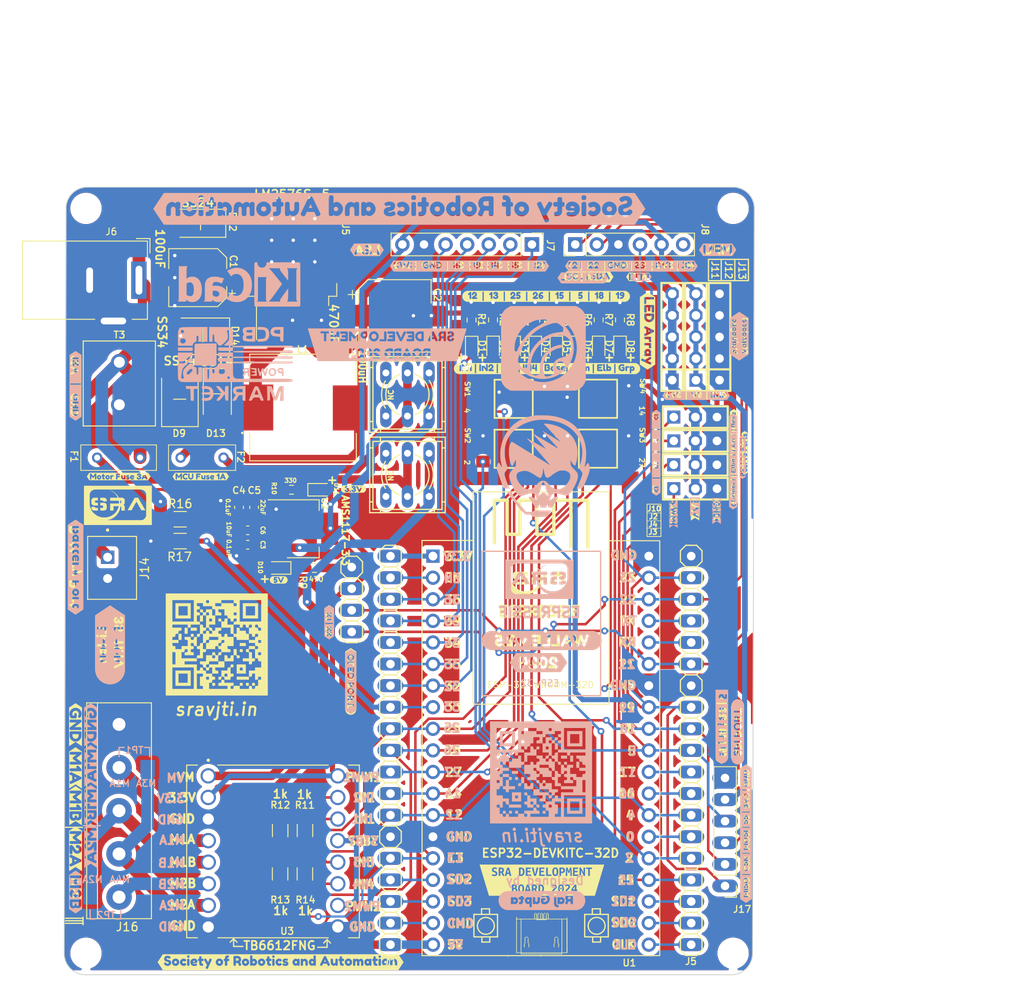
<source format=kicad_pcb>
(kicad_pcb (version 20221018) (generator pcbnew)
  (layers (0 "F.Cu" signal) (31 "B.Cu" signal) (34 "B.Paste" user) (35 "F.Paste" user) (36 "B.SilkS" user "B.Silkscreen") (37 "F.SilkS" user "F.Silkscreen") (38 "B.Mask" user) (39 "F.Mask" user) (44 "Edge.Cuts" user))
  (net 0 "")
  (net 2 "Net-(5V_SW1-B-Pad2)")
  (net 3 "/5V_P")
  (net 6 "/12V_P")
  (net 7 "Net-(12V_SW1-B-Pad2)")
  (net 9 "/32")
  (net 10 "Net-(D12-K)")
  (net 11 "/33")
  (net 12 "Net-(D1-K)")
  (net 13 "/25")
  (net 14 "Net-(D2-K)")
  (net 15 "/26")
  (net 16 "Net-(D3-K)")
  (net 17 "/27")
  (net 18 "Net-(D4-K)")
  (net 19 "/14")
  (net 20 "Net-(D5-K)")
  (net 21 "/12")
  (net 22 "Net-(D6-K)")
  (net 23 "/13")
  (net 24 "Net-(D7-K)")
  (net 25 "/12V_U")
  (net 26 "Net-(D8-K)")
  (net 27 "Net-(D9-K)")
  (net 28 "/3V3")
  (net 29 "Net-(D10-K)")
  (net 30 "Net-(D11-K)")
  (net 31 "/5V")
  (net 32 "Net-(D13-K)")
  (net 33 "GND")
  (net 34 "/EN")
  (net 35 "/36")
  (net 36 "/39")
  (net 37 "/34")
  (net 38 "/35")
  (net 39 "/SD2")
  (net 40 "/SD3")
  (net 41 "/5")
  (net 42 "/19")
  (net 43 "/18")
  (net 44 "/CLK")
  (net 45 "/SD0")
  (net 46 "/SD1")
  (net 47 "/15")
  (net 48 "/2")
  (net 49 "/0")
  (net 50 "/4")
  (net 51 "/16")
  (net 52 "/17")
  (net 53 "D+")
  (net 54 "/RX")
  (net 55 "/TX")
  (net 56 "D-")
  (net 57 "/23")
  (net 58 "Net-(D14-K)")
  (net 59 "/11")
  (net 60 "/OUT1A")
  (net 61 "/OUT2A")
  (net 62 "/OUT3A")
  (net 63 "/OUT4A")
  (net 64 "/ESP_3V3")
  (net 70 "Net-(U3-AI1)")
  (net 71 "Net-(U3-AI2)")
  (net 72 "Net-(U3-BI1)")
  (net 73 "Net-(U3-BI2)")
  (footprint "Resistor_SMD:R_0603_1608Metric" (layer "F.Cu") (at 129.817 83.409273 180)
    (fp_text reference "R10")
    (fp_text value "330")
  )
  (footprint "tactile_smd:spst_tactile_sw_2x02_smd" (layer "F.Cu") (at 155.947 78.589273 180)
    (fp_text reference "SW2")
    (fp_text value "SW_Push_Dual" hide)
  )
  (footprint "kibuzzard-6591664B" (layer "F.Cu") (at 109.477 81.849273)
    (fp_text reference "kibuzzard-6591664B" hide)
    (fp_text value "G***" hide)
  )
  (footprint "Capacitor_SMD:CP_Elec_8x10" (layer "F.Cu") (at 141.9795 62.949273)
    (fp_text reference "C2")
    (fp_text value "470uF")
  )
  (footprint "kibuzzard-6587FF20" (layer "F.Cu") (at 158.877 103.749273)
    (fp_text reference "kibuzzard-6587FF20" hide)
    (fp_text value "G***" hide)
  )
  (footprint "Resistor_SMD:R_1206_3216Metric" (layer "F.Cu") (at 128.467 128.619273 90)
    (fp_text reference "R13")
    (fp_text value "1k")
  )
  (footprint "kibuzzard-6539189A" (layer "F.Cu") (at 159.277 101.149273)
    (fp_text reference "kibuzzard-6539189A" hide)
    (fp_text value "G***" hide)
  )
  (footprint "LED_SMD:LED_0603_1608Metric" (layer "F.Cu") (at 133.2195 83.409273)
    (fp_text reference "D11")
    (fp_text value "LED")
  )
  (footprint "kibuzzard-658FA201" (layer "F.Cu") (at 179.835 85.913273 -90)
    (fp_text reference "kibuzzard-658FA201" hide)
    (fp_text value "G***" hide)
  )
  (footprint "LED_SMD:LED_0603_1608Metric" (layer "F.Cu") (at 168.467 66.820523 -90)
    (fp_text reference "D8")
    (fp_text value "LED")
  )
  (footprint "dpdt_tht:dpdt_sw_2x03_tht" (layer "F.Cu") (at 143.457 81.659273)
    (fp_text reference "12V_SW1" hide)
    (fp_text value "SW_Push_DPDT")
  )
  (footprint "kibuzzard-658F9FD8" (layer "F.Cu") (at 177.422 72.324273)
    (fp_text reference "kibuzzard-658F9FD8" hide)
    (fp_text value "G***" hide)
  )
  (footprint "kibuzzard-658F2C3C" (layer "F.Cu") (at 138.687 55.179273)
    (fp_text reference "kibuzzard-658F2C3C" hide)
    (fp_text value "G***" hide)
  )
  (footprint "Diode_SMD:D_SMA" (layer "F.Cu") (at 121.077 72.549273 -90)
    (fp_text reference "D13")
    (fp_text value "SS14")
  )
  (footprint "kibuzzard-658F2E4A" (layer "F.Cu") (at 104.397 111.059273 -90)
    (fp_text reference "kibuzzard-658F2E4A" hide)
    (fp_text value "G***" hide)
  )
  (footprint "kibuzzard-65919040" (layer "F.Cu") (at 108.461 101.661273 -90)
    (fp_text reference "kibuzzard-65919040" hide)
    (fp_text value "G***" hide)
  )
  (footprint "Resistor_SMD:R_0603_1608Metric" (layer "F.Cu") (at 168.467 63.420523 90)
    (fp_text reference "R8")
    (fp_text value "330" hide)
  )
  (footprint "LED_SMD:LED_0603_1608Metric" (layer "F.Cu") (at 156.007 66.820523 -90)
    (fp_text reference "D3")
    (fp_text value "LED")
  )
  (footprint "kibuzzard-658F2DEA" (layer "F.Cu") (at 180.397 111.739273 90)
    (fp_text reference "kibuzzard-658F2DEA" hide)
    (fp_text value "G***" hide)
  )
  (footprint "kibuzzard-658F2C13" (layer "F.Cu") (at 170.437 58.354273)
    (fp_text reference "kibuzzard-658F2C13" hide)
    (fp_text value "G***" hide)
  )
  (footprint "pin_header_connectors:1X05" (layer "F.Cu") (at 180.177 65.429273 90)
    (fp_text reference "J13")
    (fp_text value "Conn_01x05_Male")
  )
  (footprint "Resistor_SMD:R_1206_3216Metric" (layer "F.Cu") (at 116.7045 89.449273)
    (fp_text reference "R17")
    (fp_text value "1K")
  )
  (footprint "kibuzzard-658F2DF6" (layer "F.Cu") (at 182.287 111.899273 90)
    (fp_text reference "kibuzzard-658F2DF6" hide)
    (fp_text value "G***" hide)
  )
  (footprint "kibuzzard-65918321" (layer "F.Cu") (at 136.782 105.959273 -90)
    (fp_text reference "kibuzzard-65918321" hide)
    (fp_text value "G***" hide)
  )
  (footprint "Capacitor_SMD:C_0603_1608Metric" (layer "F.Cu") (at 124.662 89.879273 180)
    (fp_text reference "C3")
    (fp_text value "0.1uF")
  )
  (footprint "MCU_ESP32:ESP32-DEVKITCv4-32D" (layer "F.Cu") (at 159.156418 110.978111)
    (fp_text reference "U1")
    (fp_text value "ESP32-DEVKITC-32D")
  )
  (footprint "LED_SMD:LED_0603_1608Metric" (layer "F.Cu") (at 158.497 66.829273 -90)
    (fp_text reference "D4")
    (fp_text value "LED")
  )
  (footprint "kibuzzard-658FA187" (layer "F.Cu") (at 172.723 79.055273 -90)
    (fp_text reference "kibuzzard-658FA187" hide)
    (fp_text value "G***" hide)
  )
  (footprint "pin_header_connectors:1X05" (layer "F.Cu") (at 174.609544 65.427273 90)
    (fp_text reference "J11")
    (fp_text value "Conn_01x05_Male")
  )
  (footprint "kibuzzard-6591665D" (layer "F.Cu") (at 119.129 81.849273)
    (fp_text reference "kibuzzard-6591665D" hide)
    (fp_text value "G***" hide)
  )
  (footprint "MountingHole:MountingHole_3.2mm_M3" (layer "F.Cu") (at 105.627 137.949273)
    (fp_text reference "H2" hide)
    (fp_text value "MountingHole")
  )
  (footprint "kibuzzard-658F2E5A" (layer "F.Cu") (at 104.397 125.664273 -90)
    (fp_text reference "kibuzzard-658F2E5A" hide)
    (fp_text value "G***" hide)
  )
  (footprint "terminal_block:12V_1x02_tht" (layer "F.Cu") (at 109.547 70.902996 90)
    (fp_text reference "T3")
    (fp_text value "Screw_Terminal_01x02")
  )
  (footprint "kibuzzard-658F2ACB" (layer "F.Cu") (at 150.752 57.084273)
    (fp_text reference "kibuzzard-658F2ACB" hide)
    (fp_text value "G***" hide)
  )
  (footprint "RUEF150_3,2A_trip:RUEF160" (layer "F.Cu") (at 111.992 79.629273 180)
    (fp_text reference "F1")
    (fp_text value "3A" hide)
  )
  (footprint "Connector_PinHeader_2.54mm:PinHeader_1x07_P2.54mm_Vertical" (layer "F.Cu") (at 158.102 54.544273 -90)
    (fp_text reference "J7")
    (fp_text value "Conn_01x07_Male")
  )
  (footprint "LED_SMD:LED_0603_1608Metric" (layer "F.Cu") (at 128.257 92.609273 180)
    (fp_text reference "D10")
    (fp_text value "LED")
  )
  (footprint "kibuzzard-658FA19E" (layer "F.Cu") (at 174.755 86.167273 -90)
    (fp_text reference "kibuzzard-658FA19E" hide)
    (fp_text value "G***" hide)
  )
  (footprint "Connector_PinHeader_2.54mm:PinHeader_1x06_P2.54mm_Vertical" (layer "F.Cu") (at 180.827 130.027 180)
    (fp_text reference "J17")
    (fp_text value "Conn_01x06_Male")
  )
  (footprint "inductor:CDRH127_inductor_smd" (layer "F.Cu") (at 131.167735 73.729273)
    (fp_text reference "L1")
    (fp_text value "100uH")
  )
  (footprint "Power JST Connector:JST_B2B-XH-A_LF__SN_" (layer "F.Cu") (at 108.697 92.599273 -90)
    (fp_text reference "J14")
    (fp_text value "B2B-XH-A_LF__SN_")
  )
  (footprint "kibuzzard-658F2B2A" (layer "F.Cu") (at 164.722 58.354273)
    (fp_text reference "kibuzzard-658F2B2A" hide)
    (fp_text value "G***" hide)
  )
  (footprint "kibuzzard-659189BF" (layer "F.Cu") (at 181.867 79.563273 90)
    (fp_text reference "kibuzzard-659189BF" hide)
    (fp_text value "G***" hide)
  )
  (footprint "LED_SMD:LED_0603_1608Metric" (layer "F.Cu") (at 160.977 66.820523 -90)
    (fp_text reference "D5")
    (fp_text value "LED")
  )
  (footprint "Resistor_SMD:R_0603_1608Metric" (layer "F.Cu") (at 150.997 63.436773 90)
    (fp_text reference "R1")
    (fp_text value "330")
  )
  (footprint "logos:sra_board_github_qr_code" (layer "F.Cu") (at 121.017 101.619273)
    (fp_text reference "G***" hide)
    (fp_text value "LOGO" hide)
  )
  (footprint "kibuzzard-658FA1D8" (layer "F.Cu") (at 177.295 85.913273 -90)
    (fp_text reference "kibuzzard-658FA1D8" hide)
    (fp_text value "G***" hide)
  )
  (footprint "Diode_SMD:D_SMB" (layer "F.Cu") (at 118.977 65.349273 180)
    (fp_text reference "D14")
    (fp_text value "SS34")
  )
  (footprint "pin_header_connectors:1X04" (layer "F.Cu") (at 136.897 96.319273 -90)
    (fp_text reference "J9" hide)
    (fp_text value "Conn_01x04_Female")
  )
  (footprint "kibuzzard-6591639C" (layer "F.Cu") (at 134.242 98.994273 -90)
    (fp_text reference "kibuzzard-6591639C" hide)
    (fp_text value "G***" hide)
  )
  (footprint "kibuzzard-658F2DCD" (layer "F.Cu") (at 171.707 64.704273 -90)
    (fp_text reference "kibuzzard-658F2DCD" hide)
    (fp_text value "G***" hide)
  )
  (footprint "Connector_PinHeader_2.54mm:PinHeader_1x06_P2.54mm_Vertical" (layer "F.Cu") (at 163.197 54.544273 90)
    (fp_text reference "J8")
    (fp_text value "Conn_01x06_Male")
  )
  (footprint "Resistor_SMD:R_0603_1608Metric" (layer "F.Cu") (at 163.457 63.420523 90)
    (fp_text reference "R6")
    (fp_text value "330")
  )
  (footprint "Resistor_SMD:R_1206_3216Metric" (layer "F.Cu") (at 116.7045 86.879273)
    (fp_text reference "R16")
    (fp_text value "10K")
  )
  (footprint "Diode_SMD:D_SMA" (layer "F.Cu") (at 118.677 52.049273 180)
    (fp_text reference "D12")
    (fp_text value "SS24")
  )
  (footprint "kibuzzard-658F289E" (layer "F.Cu") (at 159.777 60.649273)
    (fp_text reference "kibuzzard-658F289E" hide)
    (fp_text value "G***" hide)
  )
  (footprint "tactile_smd:spst_tactile_sw_2x02_smd" (layer "F.Cu") (at 165.8805 72.699273 180)
    (fp_text reference "SW4")
    (fp_text value "SW_Push_Dual" hide)
  )
  (footprint "Capacitor_SMD:C_0603_1608Metric" (layer "F.Cu") (at 124.662 88.179273 180)
    (fp_text reference "C6")
    (fp_text value "10uF")
  )
  (footprint "pin_header_connectors:1X03" (layer "F.Cu") (at 177.337 83.283273)
    (fp_text reference "J3")
    (fp_text value "Conn_01x03_Male")
  )
  (footprint "testpoint_pad:pad_1,27-2,54_smd" (layer "F.Cu") (at 112.877 116.20877)
    (fp_text reference "TP2" hide)
    (fp_text value "TestPoint")
  )
  (footprint "Resistor_SMD:R_1206_3216Metric" (layer "F.Cu") (at 128.477 123.509273 90)
    (fp_text reference "R12")
    (fp_text value "1k")
  )
  (footprint "Fiducial:Fiducial_0.75mm_Mask2.25mm" (layer "F.Cu") (at 111.277 50.449273)
    (fp_text reference "REF**" hide)
    (fp_text value "Fiducial_0.75mm_Mask2.25mm")
  )
  (footprint "kibuzzard-658F2E6C" (layer "F.Cu") (at 104.397 130.744273 -90)
    (fp_text reference "kibuzzard-658F2E6C" hide)
    (fp_text value "G***" hide)
  )
  (footprint "motor_driver:TB6612FNG_2" (layer "F.Cu") (at 127.637 125.966855)
    (fp_text reference "U3")
    (fp_text value "TB6612FNG")
  )
  (footprint "Capacitor_SMD:C_0603_1608Metric" (layer "F.Cu") (at 125.412 85.479273 90)
    (fp_text reference "C5")
    (fp_text value "22uF")
  )
  (footprint "MountingHole:MountingHole_3.2mm_M3" (layer "F.Cu") (at 181.777 137.949273)
    (fp_text reference "H3" hide)
    (fp_text value "MountingHole")
  )
  (footprint "Resistor_SMD:R_0603_1608Metric" (layer "F.Cu") (at 156.007 63.420523 90)
    (fp_text reference "R3")
    (fp_text value "330")
  )
  (footprint "kibuzzard-65916C76" (layer "F.Cu") (at 104.397 92.517273 -90)
    (fp_text reference "kibuzzard-65916C76" hide)
    (fp_text value "G***" hide)
  )
  (footprint "Resistor_SMD:R_0603_1608Metric" (layer "F.Cu") (at 132.507 92.609273)
    (fp_text reference "R9")
    (fp_text value "470")
  )
  (footprint "kibuzzard-659189DA" (layer "F.Cu") (at 183.137 79.055273 90)
    (fp_text reference "kibuzzard-659189DA" hide)
    (fp_text value "G***" hide)
  )
  (footprint "Capacitor_SMD:C_0603_1608Metric" (layer "F.Cu") (at 123.637 85.479273 90)
    (fp_text reference "C4")
    (fp_text value "0.1uF")
  )
  (footprint "kibuzzard-658F2B02" (layer "F.Cu") (at 169.802 57.084273)
    (fp_text reference "kibuzzard-658F2B02" hide)
    (fp_text value "G***" hide)
  )
  (footprint "kibuzzard-63775DBB" (layer "F.Cu") (at 183.297 123.879273 90)
    (fp_text reference "kibuzzard-63775DBB" hide)
    (fp_text value "G***" hide)
  )
  (footprint "logos:sra_logo_small_neg" (layer "F.Cu") (at 109.377 85.249273)
    (fp_text reference "G***" hide)
    (fp_text value "LOGO" hide)
  )
  (footprint "Package_TO_SOT_SMD:SOT-223-3_TabPin2" (layer "F.Cu") (at 131.157 87.999273)
    (fp_text reference "U2")
    (fp_text value "AMS1117-3.3")
  )
  (footprint "kibuzzard-658F2903" (layer "F.Cu") (at 159.877 69.149273)
    (fp_text reference "kibuzzard-658F2903" hide)
    (fp_text value "G***" hide)
  )
  (footprint "Diode_SMD:D_SMB" (layer "F.Cu") (at 116.677 72.429273 90)
    (fp_text reference "D9")
    (fp_text value "SS34")
  )
  (footprint "TerminalBlock:TerminalBlock_bornier-5_P5.08mm" (layer "F.Cu") (at 109.517 111.019273 -90)
    (fp_text reference "J16")
    (fp_text value "Screw_Terminal_01x05")
  )
  (footprint "kibuzzard-637B5F60" (layer "F.Cu") (at 128.307 94.019273)
    (fp_text reference "kibuzzard-637B5F60" hide)
    (fp_text value "G***" hide)
  )
  (footprint "dpdt_tht:dpdt_sw_2x03_tht" (layer "F.Cu") (at 143.457 72.199273)
    (fp_text reference "5V_SW1" hide)
    (fp_text value "SW_Push_DPDT")
  )
  (footprint "pin_header_connectors:1X05" (layer "F.Cu") (at 177.399544 65.435273 90)
    (fp_text reference "J12")
    (fp_text value "Conn_01x05_Male")
  )
  (footprint "LED_SMD:LED_0603_1608Metric" (layer "F.Cu") (at 163.457 66.820523 -90)
    (fp_text reference "D6")
    (fp_text value "LED")
  )
  (footprint "MountingHole:MountingHole_3.2mm_M3" (layer "F.Cu") (at 105.627 50.299273)
    (fp_text reference "H1" hide)
    (fp_text value "MountingHole")
  )
  (footprint "kibuzzard-658F2C67" (layer "F.Cu") (at 179.962 55.179273)
    (fp_text reference "kibuzzard-658F2C67" hide)
    (fp_text value "G***" hide)
  )
  (footprint "kibuzzard-6591649B" (layer "F.Cu") (at 128.527 138.999273)
    (fp_text reference "kibuzzard-6591649B" hide)
    (fp_text value "G***" hide)
  )
  (footprint "LED_SMD:LED_0603_1608Metric" (layer "F.Cu") (at 153.527 66.820523 -90)
    (fp_text reference "D2")
    (fp_text value "LED")
  )
  (footprint "Resistor_SMD:R_0603_1608Metric" (layer "F.Cu") (at 158.497 63.429273 90)
    (fp_text reference "R4")
    (fp_text value "330")
  )
  (footprint "Resistor_SMD:R_1206_3216Metric" (layer "F.Cu") (at 131.397 123.509273 90)
    (fp_text reference "R11")
    (fp_text value "1k")
  )
  (footprint "pin_header_connectors:1X19" (layer "F.Cu") (at 141.456418 114.078111 -90)
    (fp_text reference "J1")
    (fp_text value "Conn_01x19_Male")
  )
  (footprint "kibuzzard-637A08DA" (layer "F.Cu") (at 104.397 116.139273 -90)
    (fp_text reference "kibuzzard-637A08DA" hide)
    (fp_text value "G***" hide)
  )
  (footprint "Resistor_SMD:R_0603_1608Metric" (layer "F.Cu") (at 160.977 63.420523 90)
    (fp_text reference "R5")
    (fp_text value "330")
  )
  (footprint "Fiducial:Fiducial_0.75mm_Mask2.25mm" (layer "F.Cu") (at 180.777 133.239273)
    (fp_text reference "REF**" hide)
    (fp_text value "Fiducial_0.75mm_Mask2.25mm")
  )
  (footprint "testpoint_pad:pad_1,27-2,54_smd" (layer "F.Cu") (at 106.177 131.20877)
    (fp_text reference "TP1" hide)
    (fp_text value "TestPoint")
  )
  (footprint "tactile_smd:spst_tactile_sw_2x02_smd" (layer "F.Cu") (at 155.95149 72.709273 180)
    (fp_text reference "SW1")
    (fp_text value "SW_Push_Dual" hide)
  )
  (footprint "kibuzzard-6587FF3E" (layer "F.Cu") (at 159.277 129.349273)
    (fp_text reference "kibuzzard-6587FF3E" hide)
    (fp_text value "G***" hide)
  )
  (footprint "kibuzzard-65916D2D" (layer "F.Cu") (at 104.397 71.181273 -90)
    (fp_text reference "kibuzzard-65916D2D" hide)
    (fp_text value "G***" hide)
  )
  (footprint "kibuzzard-658F9F93" (layer "F.Cu") (at 182.502 65.339273 90)
    (fp_text reference "kibuzzard-658F9F93" hide)
    (fp_text value "G***" hide)
  )
  (footprint "Resistor_SMD:R_0603_1608Metric" (layer "F.Cu") (at 153.527 63.420523 90)
    (fp_text reference "R2")
    (fp_text value "330")
  )
  (footprint "Resistor_SMD:R_0603_1608Metric" (layer "F.Cu") (at 165.957 63.420523 90)
    (fp_text reference "R7")
    (fp_text value "330")
  )
  (footprint "tactile_smd:spst_tactile_sw_2x02_smd" (layer "F.Cu") (at 165.877 78.569273 180)
    (fp_text reference "SW3")
    (fp_text value "SW_Push_Dual" hide)
  )
  (footprint "pin_header_connectors:1X03" (layer "F.Cu") (at 177.337 77.659273)
    (fp_text reference "J2")
    (fp_text value "Conn_01x03_Male")
  )
  (footprint "kibuzzard-658F2E2C" (layer "F.Cu") (at 104.397 120.584273 -90)
    (fp_text reference "kibuzzard-658F2E2C" hide)
    (fp_text value "G***" hide)
  )
  (footprint "Connector_BarrelJack:BarrelJack_Wuerth_6941xx301002" (layer "F.Cu") (at 111.857 58.749273 -90)
    (fp_text reference "J6")
    (fp_text value "DCJ200-10-A-XX-X_REVA")
  )
  (footprint "pin_header_connectors:1X03" (layer "F.Cu") (at 177.337 74.859273)
    (fp_text reference "J10")
    (fp_text value "Conn_01x03_Male")
  )
  (footprint "kibuzzard-637B5F12" (layer "F.Cu") (at 137.107 83.319273)
    (fp_text reference "kibuzzard-637B5F12" hide)
    (fp_text value "G***" hide)
  )
  (footprint "Capacitor_SMD:CP_Elec_6.3x7.7" (layer "F.Cu") (at 118.777 58.449273 180)
    (fp_text reference "C1")
    (fp_text value "100uF")
  )
  (footprint "pin_header_connectors:1X03" (layer "F.Cu") (at 177.327 80.469273)
    (fp_text reference "J4")
    (fp_text value "Conn_01x03_Male")
  )
  (footprint "pin_header_connectors:1X19" (layer "F.Cu") (at 176.846418 114.078111 90)
    (fp_text reference "J5")
    (fp_text value "Conn_01x19_Male")
  )
  (footprint "LED_SMD:LED_0603_1608Metric" (layer "F.Cu") (at 151.017 66.836773 -90)
    (fp_text reference "D1")
    (fp_text value "LED")
  )
  (footprint "Resistor_SMD:R_1206_3216Metric" (layer "F.Cu") (at 131.387 128.619273 90)
    (fp_text reference "R14")
    (fp_text value "1k")
  )
  (footprint "Package_TO_SOT_SMD:TO-263-5_TabPin3" (layer "F.Cu") (at 129.937 57.689273 90)
    (fp_text reference "U5")
    (fp_text value "LM2576S-5")
  )
  (footprint "RXEF050_1A_trip:RXEF050" (layer "F.Cu") (at 116.762 79.629273)
    (fp_text reference "F2")
    (fp_text value "300mA" hide)
  )
  (footprint "MountingHole:MountingHole_3.2mm_M3" (layer "F.Cu") (at 181.777 50.299273)
    (fp_text reference "H4" hide)
    (fp_text value "MountingHole")
  )
  (footprint "LED_SMD:LED_0603_1608Metric" (layer "F.Cu") (at 165.957 66.820523 -90)
    (fp_text reference "D7")
    (fp_text value "LED")
  )
  (footprint "logos:sra_logo_small_neg" (layer "F.Cu") (at 158.977 93.949273)
    (fp_text reference "G***" hide)
    (fp_text value "LOGO" hide)
  )
  (footprint "kibuzzard-63775DBB" (layer "B.Cu") (at 183.287 123.849273 90)
    (fp_text reference "kibuzzard-63775DBB" hide)
    (fp_text value "G***" hide)
  )
  (footprint "kibuzzard-65919040" (layer "B.Cu") (at 108.461 101.661273 -90)
    (fp_text reference "kibuzzard-65919040" hide)
    (fp_text value "G***" hide)
  )
  (footprint "kibuzzard-653918C1" (layer "B.Cu") (at 141.077 66.349273 180)
    (fp_text reference "kibuzzard-653918C1" hide)
    (fp_text value "G***" hide)
  )
  (footprint "kibuzzard-658F9F93" (layer "B.Cu") (at 182.502 65.339273 90)
    (fp_text reference "kibuzzard-658F9F93" hide)
    (fp_text value "G***" hide)
  )
  (footprint "kibuzzard-65916D2D" (layer "B.Cu") (at 104.397 71.181273 -90)
    (fp_text reference "kibuzzard-65916D2D" hide)
    (fp_text value "G***" hide)
  )
  (footprint "kibuzzard-6587FF29" (layer "B.Cu") (at 158.877 103.749273 180)
    (fp_text reference "kibuzzard-6587FF29" hide)
    (fp_text value "G***" hide)
  )
  (footprint "kibuzzard-659162C0" (layer "B.Cu") (at 177.422 72.324273 180)
    (fp_text reference "kibuzzard-659162C0" hide)
    (fp_text value "G***" hide)
  )
  (footprint "kibuzzard-65916C76" (layer "B.Cu") (at 104.397 92.517273 -90)
    (fp_text reference "kibuzzard-65916C76" hide)
    (fp_text value "G***" hide)
  )
  (footprint "kibuzzard-659163E0" (layer "B.Cu") (at 136.782 105.979273 -90)
    (fp_text reference "kibuzzard-659163E0" hide)
    (fp_text value "G***" hide)
  )
  (footprint "LOGO" (layer "B.Cu") (at 123.701 58.989273 180)
    (fp_text reference "G***" hide)
    (fp_text value "LOGO" hide)
  )
  (footprint "kibuzzard-653918A0" (layer "B.Cu") (at 159.261 101.153273 180)
    (fp_text reference "kibuzzard-653918A0" hide)
    (fp_text value "G***" hide)
  )
  (footprint "kibuzzard-658F2E5A" (layer "B.Cu") (at 106.175 125.283273 -90)
    (fp_text reference "kibuzzard-658F2E5A" hide)
    (fp_text value "G***" hide)
  )
  (footprint "logos:sra_board_github_qr_code" (layer "B.Cu") (at 159.177 116.669273 180)
    (fp_text reference "G***" hide)
    (fp_text value "LOGO" hide)
  )
  (footprint "logos:espressif_logo" (layer "B.Cu") (at 159.477 66.749273 180)
    (fp_text reference "G***")
    (fp_text value "LOGO" hide)
  )
  (footprint "kibuzzard-63777F1B" (layer "B.Cu") (at 182.327 111.899273 90)
    (fp_text reference "kibuzzard-63777F1B" hide)
    (fp_text value "G***" hide)
  )
  (footprint "kibuzzard-659189BF" (layer "B.Cu") (at 181.768178 80.071273 90)
    (fp_text reference "kibuzzard-659189BF" hide)
    (fp_text value "G***" hide)
  )
  (footprint "kibuzzard-658F2C13" (layer "B.Cu") (at 170.945 58.354273 180)
    (fp_text reference "kibuzzard-658F2C13" hide)
    (fp_text value "G***" hide)
  )
  (footprint "kibuzzard-659164BA" (layer "B.Cu") (at 142.497 50.353273 180)
    (fp_text reference "kibuzzard-659164BA" hide)
    (fp_text value "G***" hide)
  )
  (footprint "kibuzzard-65916C31" (layer "B.Cu") (at 177.295 85.405273 -90)
    (fp_text reference "kibuzzard-65916C31" hide)
    (fp_text value "G***" hide)
  )
  (footprint "kibuzzard-659161DE" (layer "B.Cu") (at 169.802 57.084273 180)
    (fp_text reference "kibuzzard-659161DE" hide)
    (fp_text value "G***" hide)
  )
  (footprint "logos:sra_skull_big" (layer "B.Cu") (at 159.377 80.649273 180)
    (fp_text reference "G***" hide)
    (fp_text value "LOGO" hide)
  )
  (footprint "kibuzzard-658FA187" (layer "B.Cu") (at 172.723 79.055273 -90)
    (fp_text reference "kibuzzard-658FA187" hide)
    (fp_text value "G***" hide)
  )
  (footprint "kibuzzard-659189DA" (layer "B.Cu") (at 182.883 79.563273 90)
    (fp_text reference "kibuzzard-659189DA" hide)
    (fp_text value "G***" hide)
  )
  (footprint "kibuzzard-637A08DA" (layer "B.Cu") (at 106.175 115.885273 -90)
    (fp_text reference "kibuzzard-637A08DA" hide)
    (fp_text value "G***" hide)
  )
  (footprint "kibuzzard-658F2C67" (layer "B.Cu") (at 179.962 55.179273 180)
    (fp_text reference "kibuzzard-658F2C67" hide)
    (fp_text value "G***" hide)
  )
  (footprint "kibuzzard-658F2E4A" (layer "B.Cu") (at 106.175 111.059273 -90)
    (fp_text reference "kibuzzard-658F2E4A" hide)
    (fp_text value "G***" hide)
  )
  (footprint "logos:pcb_power" (layer "B.Cu") (at 123.193 68.133273 180)
    (fp_text reference "G***" hide)
    (fp_text value "LOGO" hide)
  )
  (footprint "kibuzzard-658F2C3C" (layer "B.Cu") (at 138.687 55.179273 180)
    (fp_text reference "kibuzzard-658F2C3C" hide)
    (fp_text value "G***" hide)
  )
  (footprint "kibuzzard-659163CD" (layer "B.Cu") (at 134.242 98.994273 -90)
    (fp_text reference "kibuzzard-659163CD" hide)
    (fp_text value "G***" hide)
  )
  (footprint "kibuzzard-658F2E2C" (layer "B.Cu") (at 106.175 120.457273 -90)
    (fp_text reference "kibuzzard-658F2E2C" hide)
    (fp_text value "G***" hide)
  )
  (footprint "kibuzzard-653918AE" (layer "B.Cu") (at 159.277 131.749273 180)
    (fp_text reference "kibuzzard-653918AE" hide)
    (fp_text value "G***" hide)
  )
  (footprint "kibuzzard-65916C1A" (layer "B.Cu") (at 179.835 85.913273 -90)
    (fp_text reference "kibuzzard-65916C1A" hide)
    (fp_text value "G***" hide)
  )
  (footprint "kibuzzard-658F2E6C" (layer "B.Cu") (at 104.397 130.744273 -90)
    (fp_text reference "kibuzzard-658F2E6C" hide)
    (fp_text value "G***" hide)
  )
  (footprint "kibuzzard-65916213" (layer "B.Cu") (at 164.087 58.481273 180)
    (fp_text reference "kibuzzard-65916213" hide)
    (fp_text value "G***" hide)
  )
  (footprint "kibuzzard-637B65B8" (layer "B.Cu") (at 180.447 111.269273 90)
    (fp_text reference "kibuzzard-637B65B8" hide)
    (fp_text value "G***" hide)
  )
  (footprint "kibuzzard-65916111" (layer "B.Cu") (at 150.752 57.084273 180)
    (fp_text reference "kibuzzard-65916111" hide)
    (fp_text value "G***" hide)
  )
  (footprint "kibuzzard-65916C11" (layer "B.Cu") (at 174.755 86.167273 -90)
    (fp_text reference "kibuzzard-65916C11" hide)
    (fp_text value "G***" hide)
  )
  (footprint "logos:sra_logo_small_neg" (layer "B.Cu") (at 158.977 93.949273 180)
    (fp_text reference "G***" hide)
    (fp_text value "LOGO" hide)
  )
  (gr_line (start 109.517 113.729273) (end 110.117 113.729273) (stroke (width 0.15)) (layer "B.SilkS"))
  (gr_line (start 113.117 113.729273) (end 113.117 114.829273) (stroke (width 0.15)) (layer "B.SilkS"))
  (gr_line (start 152.181418 107.648111) (end 152.181418 90.648111) (stroke (width 0.15)) (layer "B.SilkS"))
  (gr_line (start 109.517 113.729273) (end 109.517 114.829273) (stroke (width 0.15)) (layer "B.SilkS"))
  (gr_line (start 106.717 133.929273) (end 106.117 133.929273) (stroke (width 0.15)) (layer "B.SilkS"))
  (gr_line (start 109.717 133.929273) (end 109.717 132.829273) (stroke (width 0.15)) (layer "B.SilkS"))
  (gr_line (start 152.181418 107.648111) (end 166.181418 107.648111) (stroke (width 0.15)) (layer "B.SilkS"))
  (gr_line (start 109.717 133.929273) (end 109.117 133.929273) (stroke (width 0.15)) (layer "B.SilkS"))
  (gr_line (start 105.317 122.929273) (end 107.317 122.929273) (stroke (width 0.15)) (layer "B.SilkS"))
  (gr_line (start 166.181418 90.648111) (end 152.181418 90.648111) (stroke (width 0.15)) (layer "B.SilkS"))
  (gr_line (start 166.181418 90.648111) (end 166.181418 107.648111) (stroke (width 0.15)) (layer "B.SilkS"))
  (gr_line (start 112.517 113.729273) (end 113.117 113.729273) (stroke (width 0.15)) (layer "B.SilkS"))
  (gr_line (start 106.117 133.929273) (end 106.117 132.829273) (stroke (width 0.15)) (layer "B.SilkS"))
  (gr_line (start 105.277 133.70877) (end 105.277 134.593023) (stroke (width 0.15)) (layer "F.SilkS"))
  (gr_line (start 132.897 137.249273) (end 133.997 137.249273) (stroke (width 0.15)) (layer "F.SilkS"))
  (gr_line (start 133.997 137.249273) (end 133.997 136.349273) (stroke (width 0.15)) (layer "F.SilkS"))
  (gr_line (start 133.997 136.349273) (end 133.597 136.749273) (stroke (width 0.15)) (layer "F.SilkS"))
  (gr_line (start 103.217 123.129273) (end 105.217 123.129273) (stroke (width 0.15)) (layer "F.SilkS"))
  (gr_line (start 181.977 56.299273) (end 181.977 58.799273) (stroke (width 0.15)) (layer "F.SilkS"))
  (gr_line (start 103.217 134.129273) (end 105.217 134.129273) (stroke (width 0.15)) (layer "F.SilkS"))
  (gr_line (start 124.097 137.149273) (end 122.997 137.149273) (stroke (width 0.15)) (layer "F.SilkS"))
  (gr_line (start 180.377 56.299273) (end 180.377 58.799273) (stroke (width 0.15)) (layer "F.SilkS"))
  (gr_line (start 103.217 134.429273) (end 105.317 134.429273) (stroke (width 0.15)) (layer "F.SilkS"))
  (gr_rect (start 171.627 87.059273) (end 173.297 87.059273) (stroke (width 0.06)) (fill none) (layer "F.SilkS"))
  (gr_line (start 178.877 56.299273) (end 178.877 58.799273) (stroke (width 0.15)) (layer "F.SilkS"))
  (gr_line (start 122.997 137.149273) (end 122.997 136.249273) (stroke (width 0.15)) (layer "F.SilkS"))
  (gr_line (start 122.997 136.249273) (end 122.597 136.649273) (stroke (width 0.15)) (layer "F.SilkS"))
  (gr_line (start 133.997 136.349273) (end 134.397 136.749273) (stroke (width 0.15)) (layer "F.SilkS"))
  (gr_rect (start 171.622 86.139273) (end 173.292 86.139273) (stroke (width 0.06)) (fill none) (layer "F.SilkS"))
  (gr_line (start 178.877 58.799273) (end 183.577 58.799273) (stroke (width 0.15)) (layer "F.SilkS"))
  (gr_line (start 103.217 133.829273) (end 105.217 133.829273) (stroke (width 0.15)) (layer "F.SilkS"))
  (gr_rect (start 171.637 87.929273) (end 173.307 87.929273) (stroke (width 0.06)) (fill none) (layer "F.SilkS"))
  (gr_line (start 122.997 136.249273) (end 123.397 136.649273) (stroke (width 0.15)) (layer "F.SilkS"))
  (gr_line (start 183.577 58.799273) (end 183.577 56.299273) (stroke (width 0.15)) (layer "F.SilkS"))
  (gr_rect (start 171.642 85.109273) (end 173.282 88.909273) (stroke (width 0.1)) (fill none) (layer "F.SilkS"))
  (gr_line (start 183.577 56.299273) (end 178.877 56.299273) (stroke (width 0.15)) (layer "F.SilkS"))
  (gr_line (start 181.777 47.799273) (end 105.777 47.799273) (stroke (width 0.1)) (layer "Edge.Cuts"))
  (gr_arc (start 184.062182 137.981506) (mid 183.329928 139.749252) (end 181.562182 140.481506) (stroke (width 0.1)) (layer "Edge.Cuts"))
  (gr_line (start 184.062182 137.390235) (end 184.062182 137.981506) (stroke (width 0.1)) (layer "Edge.Cuts"))
  (gr_line (start 103.062182 137.390235) (end 103.062182 137.981506) (stroke (width 0.1)) (layer "Edge.Cuts"))
  (gr_line (start 105.562182 140.481506) (end 181.562182 140.481506) (stroke (width 0.1)) (layer "Edge.Cuts"))
  (gr_arc (start 103.277 50.299273) (mid 104.009233 48.531506) (end 105.777 47.799273) (stroke (width 0.1)) (layer "Edge.Cuts"))
  (gr_arc (start 105.562182 140.481506) (mid 103.794417 139.749271) (end 103.062182 137.981506) (stroke (width 0.1)) (layer "Edge.Cuts"))
  (gr_arc (start 181.777 47.799273) (mid 183.544766 48.531506) (end 184.277 50.299273) (stroke (width 0.1)) (layer "Edge.Cuts"))
  (gr_line (start 103.277 50.299273) (end 103.277 50.849273) (stroke (width 0.1)) (layer "Edge.Cuts"))
  (gr_line (start 184.277 50.849273) (end 184.062182 137.390235) (stroke (width 0.1)) (layer "Edge.Cuts"))
  (gr_line (start 103.277 50.849273) (end 103.062182 137.390235) (stroke (width 0.1)) (layer "Edge.Cuts"))
  (gr_line (start 184.277 50.299273) (end 184.277 50.849273) (stroke (width 0.1)) (layer "Edge.Cuts"))
  (gr_text "12\n" (at 149.977 121.649273) (layer "B.SilkS") (effects (font (size 1 1) (thickness 0.25)) (justify left mirror)))
  (gr_text "VM" (at 117.297 117.349273) (layer "B.SilkS") (effects (font (size 1 1) (thickness 0.25)) (justify left mirror)))
  (gr_text "16" (at 168.177 119.149273) (layer "B.SilkS") (effects (font (size 1 1) (thickness 0.25)) (justify right mirror)))
  (gr_text "5V" (at 150.177 136.949273) (layer "B.SilkS") (effects (font (size 1 1) (thickness 0.25)) (justify left mirror)))
  (gr_text "25" (at 149.777 111.449273) (layer "B.SilkS") (effects (font (size 1 1) (thickness 0.25)) (justify left mirror)))
  (gr_text "IN4" (at 139.597 129.849273) (layer "B.SilkS") (effects (font (size 1 1) (thickness 0.25)) (justify left mirror)))
  (gr_text "27\n" (at 149.877 116.649273) (layer "B.SilkS") (effects (font (size 1 1) (thickness 0.25)) (justify left mirror)))
  (gr_text "32\n" (at 149.777 106.549273) (layer "B.SilkS") (effects (font (size 1 1) (thickness 0.25)) (justify left mirror)))
  (gr_text "RX" (at 168.277 101.349273) (layer "B.SilkS") (effects (font (size 1 1) (thickness 0.25)) (justify right mirror)))
  (gr_text "PWM2" (at 140.397 132.449273) (layer "B.SilkS") (effects (font (size 1 1) (thickness 0.25)) (justify left mirror)))
  (gr_text "IN3" (at 139.697 127.249273) (layer "B.SilkS") (effects (font (size 1 1) (thickness 0.25)) (justify left mirror)))
  (gr_text "GND\n" (at 151.177 124.249273) (layer "B.SilkS") (effects (font (size 1 1) (thickness 0.25)) (justify left mirror)))
  (gr_text "M2A" (at 105.117 129.729273) (layer "B.SilkS") (effects (font (size 0.8 0.8)) (justify right bottom mirror)))
  (gr_text "GND" (at 139.797 134.849273) (layer "B.SilkS") (effects (font (size 1 1) (thickness 0.25)) (justify left mirror)))
  (gr_text "4" (at 169.177 121.749273) (layer "B.SilkS") (effects (font (size 1 1) (thickness 0.25)) (justify right mirror)))
  (gr_text "M4A" (at 108.317 129.729273) (layer "B.SilkS") (effects (font (size 0.8 0.8)) (justify right bottom mirror)))
  (gr_text "14\n" (at 149.877 119.149273) (layer "B.SilkS") (effects (font (size 1 1) (thickness 0.25)) (justify left mirror)))
  (gr_text "STBY" (at 140.197 124.749273) (layer "B.SilkS") (effects (font (size 1 1) (thickness 0.25)) (justify left mirror)))
  (gr_text "IN1" (at 139.497 122.149273) (layer "B.SilkS") (effects (font (size 1 1) (thickness 0.25)) (justify left mirror)))
  (gr_text "17" (at 168.277 116.649273) (layer "B.SilkS") (effects (font (size 1 1) (thickness 0.25)) (justify right mirror)))
  (gr_text "39\n" (at 149.777 98.849273) (layer "B.SilkS") (effects (font (size 1 1) (thickness 0.25)) (justify left mirror)))
  (gr_text "M1A" (at 108.317 118.429273) (layer "B.SilkS") (effects (font (size 0.8 0.8)) (justify right bottom mirror)))
  (gr_text "35" (at 149.777 103.949273) (layer "B.SilkS") (effects (font (size 1 1) (thickness 0.25)) (justify left mirror)))
  (gr_text "13\n" (at 150.177 126.749273) (layer "B.SilkS") (effects (font (size 1 1) (thickness 0.25)) (justify left mirror)))
  (gr_text "SD1" (at 167.277 131.849273) (layer "B.SilkS") (effects (font (size 1 1) (thickness 0.25)) (justify right mirror)))
  (gr_text "M1A\n" (at 117.397 124.649273) (layer "B.SilkS") (effects (font (size 1 1) (thickness 0.25)) (justify left mirror)))
  (gr_text "36" (at 149.777 96.349273) (layer "B.SilkS") (effects (font (size 1 1) (thickness 0.25)) (justify left mirror)))
  (gr_text "15" (at 168.077 129.349273) (layer "B.SilkS") (effects (font (size 1 1) (thickness 0.25)) (justify right mirror)))
  (gr_text "26\n" (at 149.777 114.049273) (layer "B.SilkS") (effects (font (size 1 1) (thickness 0.25)) (justify left mirror)))
  (gr_text "SD3" (at 151.177 131.849273) (layer "B.SilkS") (effects (font (size 1 1) (thickness 0.25)) (justify left mirror)))
  (gr_text "M3A" (at 111.417 118.429273) (layer "B.SilkS") (effects (font (size 0.8 0.8)) (justify right bottom mirror)))
  (gr_text "CMD" (at 151.377 134.449273) (layer "B.SilkS") (effects (font (size 1 1) (thickness 0.25)) (justify left mirror)))
  (gr_text "sravjti.in" (at 164.357 124.989273) (layer "B.SilkS") (effects (font (size 1.5 1.5) (thickness 0.25) italic) (justify left bottom mirror)))
  (gr_text "PWM1" (at 140.297 117.249273) (layer "B.SilkS") (effects (font (size 1 1) (thickness 0.25)) (justify left mirror)))
  (gr_text "CLK\n" (at 167.477 136.949273) (layer "B.SilkS") (effects (font (size 1 1) (thickness 0.25)) (justify right mirror)))
  (gr_text "SD0" (at 167.377 134.349273) (layer "B.SilkS") (effects (font (size 1 1) (thickness 0.25)) (justify right mirror)))
  (gr_text "SD2" (at 151.077 129.249273) (layer "B.SilkS") (effects (font (size 1 1) (thickness 0.25)) (justify left mirror)))
  (gr_text "GND" (at 117.397 134.849273) (layer "B.SilkS") (effects (font (size 1 1) (thickness 0.25)) (justify left mirror)))
  (gr_text "23" (at 168.277 93.749273) (layer "B.SilkS") (effects (font (size 1 1) (thickness 0.25)) (justify right mirror)))
  (gr_text "EN" (at 149.877 93.849273) (layer "B.SilkS") (effects (font (size 1 1) (thickness 0.25)) (justify left mirror)))
  (gr_text "21" (at 168.177 103.949273) (layer "B.SilkS") (effects (font (size 1 1) (thickness 0.25)) (justify right mirror)))
  (gr_text "3.3V" (at 151.077 91.249273) (layer "B.SilkS") (effects (font (size 1 1) (thickness 0.25)) (justify left mirror)))
  (gr_text "M2A\n\n\n" (at 117.397 133.949273) (layer "B.SilkS") (effects (font (size 1 1) (thickness 0.25)) (justify left mirror)))
  (gr_text "TP2" (at 106.817 133.929273) (layer "B.SilkS") (effects (font (size 0.8 0.8)) (justify right bottom mirror)))
  (gr_text "0" (at 169.077 124.249273) (layer "B.SilkS") (effects (font (size 1 1) (thickness 0.25)) (justify right mirror)))
  (gr_text "TP1" (at 110.117 114.529273) (layer "B.SilkS") (effects (font (size 0.8 0.8)) (justify right bottom mirror)))
  (gr_text "5" (at 169.277 114.149273) (layer "B.SilkS") (effects (font (size 1 1) (thickness 0.25)) (justify right mirror)))
  (gr_text "TX" (at 168.577 98.849273) (layer "B.SilkS") (effects (font (size 1 1) (thickness 0.25)) (justify right mirror)))
  (gr_text "34\n" (at 149.777 101.449273) (layer "B.SilkS") (effects (font (size 1 1) (thickness 0.25)) (justify left mirror)))
  (gr_text "GND" (at 167.177 106.449273) (layer "B.SilkS") (effects (font (size 1 1) (thickness 0.25)) (justify right mirror)))
  (gr_text "Designed by" (at 164.337 129.979273) (layer "B.SilkS") (effects (font (size 1 1) (thickness 0.2)) (justify left bottom mirror)))
  (gr_text "18\n" (at 168.277 111.549273) (layer "B.SilkS") (effects (font (size 1 1) (thickness 0.25)) (justify right mirror)))
  (gr_text "IN2\n" (at 139.697 119.649273) (layer "B.SilkS") (effects (font (size 1 1) (thickness 0.25)) (justify left mirror)))
  (gr_text "3.3V" (at 117.397 119.749273) (layer "B.SilkS") (effects (font (size 1 1) (thickness 0.25)) (justify left mirror)))
  (gr_text "M1B\n\n\n" (at 117.397 128.949273) (layer "B.SilkS") (effects (font (size 1 1) (thickness 0.25)) (justify left mirror)))
  (gr_text "33" (at 149.777 108.949273) (layer "B.SilkS") (effects (font (size 1 1) (thickness 0.25)) (justify left mirror)))
  (gr_text "19\n" (at 168.177 109.049273) (layer "B.SilkS") (effects (font (size 1 1) (thickness 0.25)) (justify right mirror)))
  (gr_text "22" (at 168.277 96.349273) (layer "B.SilkS") (effects (font (size 1 1) (thickness 0.25)) (justify right mirror)))
  (gr_text "M2B\n\n\n" (at 117.397 131.449273) (layer "B.SilkS") (effects (font (size 1 1) (thickness 0.25)) (justify left mirror)))
  (gr_text "GND\n" (at 117.297 122.249273) (layer "B.SilkS") (effects (font (size 1 1) (thickness 0.25)) (justify left mirror)))
  (gr_text "2" (at 168.977 126.749273) (layer "B.SilkS") (effects (font (size 1 1) (thickness 0.25)) (justify right mirror)))
  (gr_text "GND\n" (at 167.277 91.149273) (layer "B.SilkS") (effects (font (size 1 1) (thickness 0.25)) (justify right mirror)))
  (gr_text "12\n" (at 147.877 121.649273) (layer "F.SilkS") (effects (font (size 1 1) (thickness 0.25)) (justify left)))
  (gr_text "14\n" (at 147.777 119.149273) (layer "F.SilkS") (effects (font (size 1 1) (thickness 0.25)) (justify left)))
  (gr_text "IN3" (at 136.947 127.249273) (layer "F.SilkS") (effects (font (size 1 1) (thickness 0.25)) (justify left)))
  (gr_text "3.3V" (at 115.119 119.639273) (layer "F.SilkS") (effects (font (size 1 1) (thickness 0.25)) (justify left)))
  (gr_text "GND\n" (at 147.877 124.249273) (layer "F.SilkS") (effects (font (size 1 1) (thickness 0.25)) (justify left)))
  (gr_text "34\n" (at 147.677 101.449273) (layer "F.SilkS") (effects (font (size 1 1) (thickness 0.25)) (justify left)))
  (gr_text "SD1" (at 170.477 131.849273) (layer "F.SilkS") (effects (font (size 1 1) (thickness 0.25)) (justify right)))
  (gr_text "M2A\n\n\n" (at 115.319 133.839273) (layer "F.SilkS") (effects (font (size 1 1) (thickness 0.25)) (justify left)))
  (gr_text "+" (at 157.247 67.789273) (layer "F.SilkS") (effects (font (size 1 1) (thickness 0.2)) (justify mirror)))
  (gr_text "15" (at 170.277 129.349273) (layer "F.SilkS") (effects (font (size 1 1) (thickness 0.25)) (justify right)))
  (gr_text "35" (at 147.677 103.949273) (layer "F.SilkS") (effects (font (size 1 1) (thickness 0.25)) (justify left)))
  (gr_text "4" (at 150.117 73.721273 270) (layer "F.SilkS") (effects (font (size 0.6 0.6) (thickness 0.13) bold) (justify left bottom)))
  (gr_text "21" (at 170.377 103.949273) (layer "F.SilkS") (effects (font (size 1 1) (thickness 0.25)) (justify right)))
  (gr_text "16\n" (at 170.377 119.149273) (layer "F.SilkS") (effects (font (size 1 1) (thickness 0.25)) (justify right)))
  (gr_text "GND" (at 170.477 106.449273) (layer "F.SilkS") (effects (font (size 1 1) (thickness 0.25)) (justify right)))
  (gr_text "22" (at 170.477 96.349273) (layer "F.SilkS") (effects (font (size 1 1) (thickness 0.25)) (justify right)))
  (gr_text "|" (at 119.107 52.029273) (layer "F.SilkS") (effects (font (size 1 0.5) (thickness 0.125)) (justify mirror)))
  (gr_text "3.3V" (at 147.677 91.249273) (layer "F.SilkS") (effects (font (size 1 1) (thickness 0.25)) (justify left)))
  (gr_text "5" (at 170.477 114.149273) (layer "F.SilkS") (effects (font (size 1 1) (thickness 0.25)) (justify right)))
  (gr_text "+" (at 159.737 67.799273) (layer "F.SilkS") (effects (font (size 1 1) (thickness 0.2)) (justify mirror)))
  (gr_text "M1B\n\n\n" (at 115.319 128.839273) (layer "F.SilkS") (effects (font (size 1 1) (thickness 0.25)) (justify left)))
  (gr_text "36" (at 147.677 96.349273) (layer "F.SilkS") (effects (font (size 1 1) (thickness 0.25)) (justify left)))
  (gr_text "NC" (at 141.862 72.959273 90) (layer "F.SilkS") (effects (font (size 0.6 0.6)) (justify left bottom)))
  (gr_text "14" (at 170.691 73.467273 270) (layer "F.SilkS") (effects (font (size 0.6 0.6) (thickness 0.13) bold) (justify left bottom)))
  (gr_text "IN2\n" (at 136.997 119.649273) (layer "F.SilkS") (effects (font (size 1 1) (thickness 0.25)) (justify left)))
  (gr_text "+" (at 167.207 67.799273) (layer "F.SilkS") (effects (font (size 1 1) (thickness 0.2)) (justify mirror)))
  (gr_text "4" (at 170.277 121.749273) (layer "F.SilkS") (effects (font (size 1 1) (thickness 0.25)) (justify right)))
  (gr_text "IN1" (at 136.997 122.149273) (layer "F.SilkS") (effects (font (size 1 1) (thickness 0.25)) (justify left)))
  (gr_text "19\n" (at 170.377 109.049273) (layer "F.SilkS") (effects (font (size 1 1) (thickness 0.25)) (justify right)))
  (gr_text "|" (at 120.977 72.119273 90) (layer "F.SilkS") (effects (font (size 1 0.5) (thickness 0.125)) (justify mirror)))
  (gr_text "2" (at 170.177 126.749273) (layer "F.SilkS") (effects (font (size 1 1) (thickness 0.25)) (justify right)))
  (gr_text "CLK\n" (at 170.477 136.949273) (layer "F.SilkS") (effects (font (size 1 1) (thickness 0.25)) (justify right)))
  (gr_text "13\n" (at 147.977 126.749273) (layer "F.SilkS") (effects (font (size 1 1) (thickness 0.25)) (justify left)))
  (gr_text "CMD" (at 147.977 134.449273) (layer "F.SilkS") (effects (font (size 1 1) (thickness 0.25)) (justify left)))
  (gr_text "32\n" (at 147.677 106.549273) (layer "F.SilkS") (effects (font (size 1 1) (thickness 0.25)) (justify left)))
  (gr_text "23" (at 170.477 93.749273) (layer "F.SilkS") (effects (font (size 1 1) (thickness 0.25)) (justify right)))
  (gr_text "SD3" (at 147.977 131.849273) (layer "F.SilkS") (effects (font (size 1 1) (thickness 0.25)) (justify left)))
  (gr_text "|" (at 119.367 65.219273) (layer "F.SilkS") (effects (font (size 1 0.5) (thickness 0.125)) (justify mirror)))
  (gr_text "GND\n" (at 170.577 91.149273) (layer "F.SilkS") (effects (font (size 1 1) (thickness 0.25)) (justify right)))
  (gr_text "5V" (at 147.977 136.949273) (layer "F.SilkS") (effects (font (size 1 1) (thickness 0.25)) (justify left)))
  (gr_text "SD2" (at 147.977 129.249273) (layer "F.SilkS") (effects (font (size 1 1) (thickness 0.25)) (justify left)))
  (gr_text "PWM2" (at 135.997 132.449273) (layer "F.SilkS") (effects (font (size 1 1) (thickness 0.25)) (justify left)))
  (gr_text "TX" (at 170.377 98.849273) (layer "F.SilkS") (effects (font (size 1 1) (thickness 0.25)) (justify right)))
  (gr_text "39\n" (at 147.677 98.849273) (layer "F.SilkS") (effects (font (size 1 1) (thickness 0.25)) (justify left)))
  (gr_text "GND\n" (at 115.219 122.139273) (layer "F.SilkS") (effects (font (size 1 1) (thickness 0.25)) (justify left)))
  (gr_text "27\n" (at 147.777 116.649273) (layer "F.SilkS") (effects (font (size 1 1) (thickness 0.25)) (justify left)))
  (gr_text "RX" (at 170.377 101.349273) (layer "F.SilkS") (effects (font (size 1 1) (thickness 0.25)) (justify right)))
  (gr_text "33" (at 147.677 108.949273) (layer "F.SilkS") (effects (font (size 1 1) (thickness 0.25)) (justify left)))
  (gr_text "SD0" (at 170.477 134.349273) (layer "F.SilkS") (effects (font (size 1 1) (thickness 0.25)) (justify right)))
  (gr_text "+" (at 134.607 82.219273) (layer "F.SilkS") (effects (font (size 1 1) (thickness 0.2))))
  (gr_text "26\n" (at 147.677 114.049273) (layer "F.SilkS") (effects (font (size 1 1) (thickness 0.25)) (justify left)))
  (gr_text "+" (at 152.277 67.799273) (layer "F.SilkS") (effects (font (size 1 1) (thickness 0.2)) (justify mirror)))
  (gr_text "+" (at 164.707 67.799273) (layer "F.SilkS") (effects (font (size 1 1) (thickness 0.2)) (justify mirror)))
  (gr_text "+" (at 126.607 93.919273 90) (layer "F.SilkS") (effects (font (size 1 1) (thickness 0.2))))
  (gr_text "25" (at 147.677 111.449273) (layer "F.SilkS") (effects (font (size 1 1) (thickness 0.25)) (justify left)))
  (gr_text "NC" (at 141.862 82.484273 90) (layer "F.SilkS") (effects (font (size 0.6 0.6)) (justify left bottom)))
  (gr_text "+" (at 162.217 67.799273) (layer "F.SilkS") (effects (font (size 1 1) (thickness 0.2)) (justify mirror)))
  (gr_text "|" (at 116.577 72.749273 90) (layer "F.SilkS") (effects (font (size 1 0.5) (thickness 0.125)) (justify mirror)))
  (gr_text "0" (at 170.277 124.249273) (layer "F.SilkS") (effects (font (size 1 1) (thickness 0.25)) (justify right)))
  (gr_text "M1A\n" (at 115.319 124.539273) (layer "F.SilkS") (effects (font (size 1 1) (thickness 0.25)) (justify left)))
  (gr_text "2" (at 150.117 79.817273 270) (layer "F.SilkS") (effects (font (size 0.6 0.6) (thickness 0.13) bold) (justify left bottom)))
  (gr_text "+" (at 154.767 67.799273) (layer "F.SilkS") (effects (font (size 1 1) (thickness 0.2)) (justify mirror)))
  (gr_text "VM" (at 116.219 117.239273) (layer "F.SilkS") (effects (font (size 1 1) (thickness 0.25)) (justify left)))
  (gr_text "+" (at 169.727 67.799273) (layer "F.SilkS") (effects (font (size 1 1) (thickness 0.2)) (justify mirror)))
  (gr_text "EN" (at 147.677 93.749273) (layer "F.SilkS") (effects (font (size 1 1) (thickness 0.25)) (justify left)))
  (gr_text "+" (at 149.767 67.739273) (layer "F.SilkS") (effects (font (size 1 1) (thickness 0.2)) (justify mirror)))
  (gr_text "sravjti.in" (at 115.947 110.119273) (layer "F.SilkS") (effects (font (size 1.5 1.5) (thickness 0.25) italic) (justify left bottom)))
  (gr_text "18\n" (at 170.377 111.549273) (layer "F.SilkS") (effects (font (size 1 1) (thickness 0.25)) (justify right)))
  (gr_text "27" (at 170.691 79.563273 270) (layer "F.SilkS") (effects (font (size 0.6 0.6) (thickness 0.13) bold) (justify left bottom)))
  (gr_text "GND" (at 136.497 134.849273) (layer "F.SilkS") (effects (font (size 1 1) (thickness 0.25)) (justify left)))
  (gr_text "GND" (at 115.319 134.739273) (layer "F.SilkS") (effects (font (size 1 1) (thickness 0.25)) (justify left)))
  (gr_text "M2B\n\n\n" (at 115.319 131.339273) (layer "F.SilkS") (effects (font (size 1 1) (thickness 0.25)) (justify left)))
  (gr_text "IN4" (at 136.947 129.849273) (layer "F.SilkS") (effects (font (size 1 1) (thickness 0.25)) (justify left)))
  (gr_text "17" (at 170.477 116.649273) (layer "F.SilkS") (effects (font (size 1 1) (thickness 0.25)) (justify right)))
  (gr_text "STBY" (at 136.297 124.749273) (layer "F.SilkS") (effects (font (size 1 1) (thickness 0.25)) (justify left)))
  (gr_text "PWM1" (at 135.997 117.249273) (layer "F.SilkS") (effects (font (size 1 1) (thickness 0.25)) (justify left)))
  (segment (start 139.5566 77.556977) (end 140.353504 76.760073) (width 1) (layer "F.Cu") (net 2))
  (segment (start 141.480496 76.760073) (end 143.457 74.783569) (width 1) (layer "F.Cu") (net 2))
  (segment (start 140.353504 76.760073) (end 141.480496 76.760073) (width 1) (layer "F.Cu") (net 2))
  (segment (start 121.812 79.629273) (end 123.182 80.999273) (width 1) (layer "F.Cu") (net 2))
  (segment (start 139.5566 78.966729) (end 139.5566 77.556977) (width 1) (layer "F.Cu") (net 2))
  (segment (start 143.457 69.659273) (end 143.457 74.739273) (width 1) (layer "F.Cu") (net 2))
  (segment (start 137.524056 80.999273) (end 139.5566 78.966729) (width 1) (layer "F.Cu") (net 2))
  (segment (start 123.182 80.999273) (end 137.524056 80.999273) (width 1) (layer "F.Cu") (net 2))
  (segment (start 125.607 130.969273) (end 131.575838 136.938111) (width 1) (layer "F.Cu") (net 3))
  (segment (start 145.997 69.659273) (end 145.997 74.739273) (width 1) (layer "F.Cu") (net 3))
  (segment (start 131.727 93.809273) (end 133.627 95.709273) (width 1) (layer "F.Cu") (net 3))
  (segment (start 127.4695 92.808582) (end 128.470191 93.809273) (width 1) (layer "F.Cu") (net 3))
  (segment (start 131.575838 136.938111) (end 141.456418 136.938111) (width 1) (layer "F.Cu") (net 3))
  (segment (start 127.4695 92.609273) (end 127.4695 92.808582) (width 1) (layer "F.Cu") (net 3))
  (segment (start 133.627 112.809273) (end 125.607 120.829273) (width 1) (layer "F.Cu") (net 3))
  (segment (start 127.4695 90.836773) (end 128.007 90.299273) (width 1) (layer "F.Cu") (net 3))
  (segment (start 125.437 89.879273) (end 125.437 90.576773) (width 1) (layer "F.Cu") (net 3))
  (segment (start 128.470191 93.809273) (end 131.727 93.809273) (width 1) (layer "F.Cu") (net 3))
  (segment (start 125.607 120.829273) (end 125.607 130.969273) (width 1) (layer "F.Cu") (net 3))
  (segment (start 125.437 88.179273) (end 125.437 89.879273) (width 1) (layer "F.Cu") (net 3))
  (segment (start 125.437 90.576773) (end 127.4695 92.609273) (width 1) (layer "F.Cu") (net 3))
  (segment (start 127.4695 92.609273) (end 127.4695 90.836773) (width 1) (layer "F.Cu") (net 3))
  (segment (start 130.777 90.229273) (end 128.077 90.229273) (width 1) (layer "F.Cu") (net 3))
  (segment (start 133.627 95.709273) (end 133.627 112.809273) (width 1) (layer "F.Cu") (net 3))
  (via (at 130.777 90.229273) (size 0.8) (drill 0.4) (layers "F.Cu" "B.Cu") (net 3))
  (segment (start 145.997 75.739273) (end 144.6378 77.098473) (width 1) (layer "B.Cu") (net 3))
  (segment (start 139.107 81.289273) (end 137.217 83.179273) (width 1) (layer "B.Cu") (net 3))
  (segment (start 133.717 90.229273) (end 130.777 90.229273) (width 1) (layer "B.Cu") (net 3))
  (segment (start 137.217 83.179273) (end 137.217 86.729273) (width 1) (layer "B.Cu") (net 3))
  (segment (start 140.3178 77.098473) (end 139.107 78.309273) (width 1) (layer "B.Cu") (net 3))
  (segment (start 145.997 74.739273) (end 145.997 75.739273) (width 1) (layer "B.Cu") (net 3))
  (segment (start 139.107 78.309273) (end 139.107 81.289273) (width 1) (layer "B.Cu") (net 3))
  (segment (start 141.456418 136.938111) (end 146.456418 136.938111) (width 1) (layer "B.Cu") (net 3))
  (segment (start 144.6378 77.098473) (end 140.3178 77.098473) (width 1) (layer "B.Cu") (net 3))
  (segment (start 137.217 86.729273) (end 133.717 90.229273) (width 1) (layer "B.Cu") (net 3))
  (segment (start 132.427 112.129273) (end 127.479418 117.076855) (width 1) (layer "F.Cu") (net 6))
  (segment (start 127.479418 117.076855) (end 120.017 117.076855) (width 1) (layer "F.Cu") (net 6))
  (segment (start 132.427 97.389273) (end 132.427 112.129273) (width 1) (layer "F.Cu") (net 6))
  (segment (start 131.647 96.609273) (end 132.427 97.389273) (width 1) (layer "F.Cu") (net 6))
  (segment (start 145.997 79.119273) (end 145.997 84.199273) (width 1) (layer "F.Cu") (net 6))
  (via (at 131.647 96.609273) (size 0.8) (drill 0.4) (layers "F.Cu" "B.Cu") (net 6))
  (segment (start 141.440162 89.756111) (end 145.997 85.199273) (width 1) (layer "B.Cu") (net 6))
  (segment (start 145.997 85.199273) (end 145.997 84.199273) (width 1) (layer "B.Cu") (net 6))
  (segment (start 131.647 96.609273) (end 131.647 93.996329) (width 1) (layer "B.Cu") (net 6))
  (segment (start 131.647 93.996329) (end 135.887218 89.756111) (width 1) (layer "B.Cu") (net 6))
  (segment (start 135.887218 89.756111) (end 141.440162 89.756111) (width 1) (layer "B.Cu") (net 6))
  (segment (start 142.4362 82.178473) (end 143.457 83.199273) (width 1) (layer "F.Cu") (net 7))
  (segment (start 106.942 79.629273) (end 109.512 82.199273) (width 1) (layer "F.Cu") (net 7))
  (segment (start 140.353504 82.178473) (end 142.4362 82.178473) (width 1) (layer "F.Cu") (net 7))
  (segment (start 140.332704 82.199273) (end 140.353504 82.178473) (width 1) (layer "F.Cu") (net 7))
  (segment (start 143.457 79.119273) (end 143.457 84.199273) (width 1) (layer "F.Cu") (net 7))
  (segment (start 109.512 82.199273) (end 140.332704 82.199273) (width 1) (layer "F.Cu") (net 7))
  (segment (start 143.457 83.199273) (end 143.457 84.199273) (width 1) (layer "F.Cu") (net 7))
  (segment (start 150.977 84.849273) (end 150.977 104.649273) (width 0.3) (layer "B.Cu") (net 9))
  (segment (start 149.0874 68.929026) (end 149.0874 82.959673) (width 0.3) (layer "B.Cu") (net 9))
  (segment (start 149.168162 106.458111) (end 146.456418 106.458111) (width 0.3) (layer "B.Cu") (net 9))
  (segment (start 155.677 58.349273) (end 150.477 58.349273) (width 0.3) (layer "B.Cu") (net 9))
  (segment (start 149.077 59.749273) (end 149.077 68.918626) (width 0.3) (layer "B.Cu") (net 9))
  (segment (start 158.102 55.149273) (end 158.102 55.924273) (width 0.3) (layer "B.Cu") (net 9))
  (segment (start 150.477 58.349273) (end 149.077 59.749273) (width 0.3) (layer "B.Cu") (net 9))
  (segment (start 141.456418 106.458111) (end 146.456418 106.458111) (width 0.3) (layer "B.Cu") (net 9))
  (segment (start 149.0874 82.959673) (end 150.977 84.849273) (width 0.3) (layer "B.Cu") (net 9))
  (segment (start 149.077 68.918626) (end 149.0874 68.929026) (width 0.3) (layer "B.Cu") (net 9))
  (segment (start 150.977 104.649273) (end 149.168162 106.458111) (width 0.3) (layer "B.Cu") (net 9))
  (segment (start 158.102 55.924273) (end 155.677 58.349273) (width 0.3) (layer "B.Cu") (net 9))
  (segment (start 124.792 63.464273) (end 126.537 63.464273) (width 1.5) (layer "F.Cu") (net 10))
  (segment (start 121.477 58.449273) (end 121.477 60.149273) (width 1.5) (layer "F.Cu") (net 10))
  (segment (start 121.477 60.149273) (end 124.792 63.464273) (width 1.5) (layer "F.Cu") (net 10))
  (segment (start 121.477 52.849273) (end 120.677 52.049273) (width 1.5) (layer "F.Cu") (net 10))
  (segment (start 121.477 58.449273) (end 121.477 52.849273) (width 1.5) (layer "F.Cu") (net 10))
  (segment (start 118.167 89.449273) (end 119.827 89.449273) (width 0.6) (layer "F.Cu") (net 11))
  (segment (start 118.167 86.879273) (end 118.167 89.449273) (width 0.6) (layer "F.Cu") (net 11))
  (via (at 119.827 89.449273) (size 0.8) (drill 0.4) (layers "F.Cu" "B.Cu") (net 11))
  (segment (start 139.375838 108.998111) (end 141.456418 108.998111) (width 0.6) (layer "B.Cu") (net 11))
  (segment (start 119.827 89.449273) (end 139.375838 108.998111) (width 0.6) (layer "B.Cu") (net 11))
  (segment (start 141.456418 108.998111) (end 146.456418 108.998111) (width 0.3) (layer "B.Cu") (net 11))
  (segment (start 150.997 64.261773) (end 150.997 66.029273) (width 0.3) (layer "F.Cu") (net 12))
  (segment (start 156.997 69.649273) (end 156.007 68.659273) (width 0.3) (layer "F.Cu") (net 13))
  (segment (start 129.472 125.884273) (end 130.172 125.184273) (width 0.3) (layer "F.Cu") (net 13))
  (segment (start 127.942 125.884273) (end 129.472 125.884273) (width 0.3) (layer "F.Cu") (net 13))
  (segment (start 130.172 125.184273) (end 130.172 124.410745) (width 0.3) (layer "F.Cu") (net 13))
  (segment (start 128.467 130.081773) (end 127.242 128.856773) (width 0.3) (layer "F.Cu") (net 13))
  (segment (start 138.377 114.617529) (end 141.456418 111.538111) (width 0.3) (layer "F.Cu") (net 13))
  (segment (start 138.377 120.819273) (end 138.377 114.617529) (width 0.3) (layer "F.Cu") (net 13))
  (segment (start 127.242 126.584273) (end 127.942 125.884273) (width 0.3) (layer "F.Cu") (net 13))
  (segment (start 130.172 124.410745) (end 131.13589 123.446855) (width 0.3) (layer "F.Cu") (net 13))
  (segment (start 131.13589 123.446855) (end 135.749418 123.446855) (width 0.3) (layer "F.Cu") (net 13))
  (segment (start 146.456418 111.538111) (end 151.098162 111.538111) (width 0.3) (layer "F.Cu") (net 13))
  (segment (start 155.507 107.129273) (end 155.507 84.526379) (width 0.3) (layer "F.Cu") (net 13))
  (segment (start 127.242 128.856773) (end 127.242 126.584273) (width 0.3) (layer "F.Cu") (net 13))
  (segment (start 156.007 68.659273) (end 156.007 67.608023) (width 0.3) (layer "F.Cu") (net 13))
  (segment (start 155.507 84.526379) (end 156.997 83.036379) (width 0.3) (layer "F.Cu") (net 13))
  (segment (start 151.098162 111.538111) (end 155.507 107.129273) (width 0.3) (layer "F.Cu") (net 13))
  (segment (start 156.997 83.036379) (end 156.997 69.649273) (width 0.3) (layer "F.Cu") (net 13))
  (segment (start 135.749418 123.446855) (end 138.377 120.819273) (width 0.3) (layer "F.Cu") (net 13))
  (segment (start 141.456418 111.538111) (end 146.456418 111.538111) (width 0.3) (layer "B.Cu") (net 13))
  (segment (start 153.527 64.245523) (end 153.527 66.033023) (width 0.3) (layer "F.Cu") (net 14))
  (segment (start 143.847 129.389273) (end 143.847 116.468693) (width 0.3) (layer "F.Cu") (net 15))
  (segment (start 139.800256 131.066855) (end 140.437 130.430111) (width 0.3) (layer "F.Cu") (net 15))
  (segment (start 157.637 69.779273) (end 158.497 68.919273) (width 0.3) (layer "F.Cu") (net 15))
  (segment (start 143.847 116.468693) (end 141.456418 114.078111) (width 0.3) (layer "F.Cu") (net 15))
  (segment (start 131.387 130.081773) (end 132.372082 131.066855) (width 0.3) (layer "F.Cu") (net 15))
  (segment (start 142.806162 130.430111) (end 143.847 129.389273) (width 0.3) (layer "F.Cu") (net 15))
  (segment (start 132.372082 131.066855) (end 139.800256 131.066855) (width 0.3) (layer "F.Cu") (net 15))
  (segment (start 156.007 84.733485) (end 157.637 83.103485) (width 0.3) (layer "F.Cu") (net 15))
  (segment (start 140.437 130.430111) (end 142.806162 130.430111) (width 0.3) (layer "F.Cu") (net 15))
  (segment (start 157.637 83.103485) (end 157.637 69.779273) (width 0.3) (layer "F.Cu") (net 15))
  (segment (start 146.456418 114.078111) (end 152.876844 114.078111) (width 0.3) (layer "F.Cu") (net 15))
  (segment (start 156.007 110.947955) (end 156.007 84.733485) (width 0.3) (layer "F.Cu") (net 15))
  (segment (start 158.497 68.919273) (end 158.497 67.616773) (width 0.3) (layer "F.Cu") (net 15))
  (segment (start 152.876844 114.078111) (end 156.007 110.947955) (width 0.3) (layer "F.Cu") (net 15))
  (segment (start 141.456418 114.078111) (end 146.456418 114.078111) (width 0.3) (layer "B.Cu") (net 15))
  (segment (start 156.007 64.245523) (end 156.007 66.033023) (width 0.3) (layer "F.Cu") (net 16))
  (segment (start 157.0065 112.479773) (end 152.857 116.629273) (width 0.3) (layer "F.Cu") (net 17))
  (segment (start 157.0065 90.362667) (end 157.0065 112.479773) (width 0.3) (layer "F.Cu") (net 17))
  (segment (start 162.277 85.092167) (end 157.0065 90.362667) (width 0.3) (layer "F.Cu") (net 17))
  (segment (start 162.277 85.092167) (end 162.277 80.069273) (width 0.3) (layer "F.Cu") (net 17))
  (via (at 152.857 116.629273) (size 0.8) (drill 0.4) (layers "F.Cu" "B.Cu") (net 17))
  (segment (start 152.845838 116.618111) (end 146.456418 116.618111) (width 0.3) (layer "B.Cu") (net 17))
  (segment (start 152.857 116.629273) (end 152.845838 116.618111) (width 0.3) (layer "B.Cu") (net 17))
  (segment (start 141.456418 116.618111) (end 146.456418 116.618111) (width 0.3) (layer "B.Cu") (net 17))
  (segment (start 158.497 64.254273) (end 158.497 66.041773) (width 0.3) (layer "F.Cu") (net 18))
  (segment (start 156.5065 111.289773) (end 148.638162 119.158111) (width 0.3) (layer "F.Cu") (net 19))
  (segment (start 160.877 75.259273) (end 161.937 74.199273) (width 0.3) (layer "F.Cu") (net 19))
  (segment (start 156.5065 90.130434) (end 156.5065 111.289773) (width 0.3) (layer "F.Cu") (net 19))
  (segment (start 160.897 85.739934) (end 156.5065 90.130434) (width 0.3) (layer "F.Cu") (net 19))
  (segment (start 148.638162 119.158111) (end 146.456418 119.158111) (width 0.3) (layer "F.Cu") (net 19))
  (segment (start 160.897 83.349273) (end 160.897 85.739934) (width 0.3) (layer "F.Cu") (net 19))
  (segment (start 160.877 83.329273) (end 160.877 75.259273) (width 0.3) (layer "F.Cu") (net 19))
  (segment (start 160.897 83.349273) (end 160.877 83.329273) (width 0.3) (layer "F.Cu") (net 19))
  (segment (start 141.456418 119.158111) (end 146.456418 119.158111) (width 0.3) (layer "B.Cu") (net 19))
  (segment (start 160.977 64.245523) (end 160.977 66.033023) (width 0.3) (layer "F.Cu") (net 20))
  (segment (start 132.4395 124.971773) (end 133.427 125.959273) (width 0.3) (layer "F.Cu") (net 21))
  (segment (start 131.397 124.971773) (end 132.4395 124.971773) (width 0.3) (layer "F.Cu") (net 21))
  (segment (start 137.195256 125.959273) (end 141.456418 121.698111) (width 0.3) (layer "F.Cu") (net 21))
  (segment (start 150.1445 68.496773) (end 151.017 67.624273) (width 0.3) (layer "F.Cu") (net 21))
  (segment (start 133.427 125.959273) (end 137.195256 125.959273) (width 0.3) (layer "F.Cu") (net 21))
  (via (at 150.1445 68.496773) (size 0.8) (drill 0.4) (layers "F.Cu" "B.Cu") (net 21))
  (segment (start 146.456418 121.698111) (end 141.456418 121.698111) (width 0.3) (layer "B.Cu") (net 21))
  (segment (start 153.707 117.269273) (end 149.278162 121.698111) (width 0.3) (layer "B.Cu") (net 21))
  (segment (start 149.747 82.219273) (end 151.477 83.949273) (width 0.3) (layer "B.Cu") (net 21))
  (segment (start 151.477 83.949273) (end 151.477 111.956381) (width 0.3) (layer "B.Cu") (net 21))
  (segment (start 150.1445 68.496773) (end 149.747 68.894273) (width 0.3) (layer "B.Cu") (net 21))
  (segment (start 153.707 114.18638) (end 153.707 117.269273) (width 0.3) (layer "B.Cu") (net 21))
  (segment (start 149.747 68.894273) (end 149.747 82.219273) (width 0.3) (layer "B.Cu") (net 21))
  (segment (start 151.477 111.956381) (end 153.707 114.18638) (width 0.3) (layer "B.Cu") (net 21))
  (segment (start 149.278162 121.698111) (end 146.456418 121.698111) (width 0.3) (layer "B.Cu") (net 21))
  (segment (start 163.457 64.245523) (end 163.457 66.033023) (width 0.3) (layer "F.Cu") (net 22))
  (segment (start 156.407 72.279273) (end 156.407 82.919273) (width 0.3) (layer "F.Cu") (net 23))
  (segment (start 144.387 111.92716) (end 144.387 124.708693) (width 0.3) (layer "F.Cu") (net 23))
  (segment (start 153.527 69.399273) (end 156.407 72.279273) (width 0.3) (layer "F.Cu") (net 23))
  (segment (start 132.964418 133.631855) (end 132.967 133.629273) (width 0.25) (layer "F.Cu") (net 23))
  (segment (start 150.006362 110.349911) (end 145.964249 110.349911) (width 0.3) (layer "F.Cu") (net 23))
  (segment (start 126.767 126.387521) (end 126.767 130.199273) (width 0.25) (layer "F.Cu") (net 23))
  (segment (start 155.007 84.319273) (end 155.007 105.349273) (width 0.3) (layer "F.Cu") (net 23))
  (segment (start 153.527 67.608023) (end 153.527 69.399273) (width 0.3) (layer "F.Cu") (net 23))
  (segment (start 126.767 130.199273) (end 130.199582 133.631855) (width 0.25) (layer "F.Cu") (net 23))
  (segment (start 144.387 124.708693) (end 146.456418 126.778111) (width 0.3) (layer "F.Cu") (net 23))
  (segment (start 128.182748 124.971773) (end 126.767 126.387521) (width 0.25) (layer "F.Cu") (net 23))
  (segment (start 145.964249 110.349911) (end 144.387 111.92716) (width 0.3) (layer "F.Cu") (net 23))
  (segment (start 155.007 105.349273) (end 150.006362 110.349911) (width 0.3) (layer "F.Cu") (net 23))
  (segment (start 156.407 82.919273) (end 155.007 84.319273) (width 0.3) (layer "F.Cu") (net 23))
  (segment (start 130.199582 133.631855) (end 132.964418 133.631855) (width 0.25) (layer "F.Cu") (net 23))
  (via (at 132.967 133.629273) (size 0.8) (drill 0.4) (layers "F.Cu" "B.Cu") (net 23))
  (segment (start 132.967 133.629273) (end 136.300884 133.629273) (width 0.25) (layer "B.Cu") (net 23))
  (segment (start 138.147 131.783157) (end 138.147 130.087529) (width 0.25) (layer "B.Cu") (net 23))
  (segment (start 138.147 130.087529) (end 141.456418 126.778111) (width 0.25) (layer "B.Cu") (net 23))
  (segment (start 136.300884 133.629273) (end 138.147 131.783157) (width 0.25) (layer "B.Cu") (net 23))
  (segment (start 141.456418 126.778111) (end 146.456418 126.778111) (width 0.3) (layer "B.Cu") (net 23))
  (segment (start 165.957 64.245523) (end 165.957 66.033023) (width 0.3) (layer "F.Cu") (net 24))
  (segment (start 116.677 70.279273) (end 111.423277 70.279273) (width 1.5) (layer "F.Cu") (net 25))
  (segment (start 108.172 91.349273) (end 104.827 88.004273) (width 1.5) (layer "F.Cu") (net 25))
  (segment (start 111.423277 70.279273) (end 109.547 68.402996) (width 1.5) (layer "F.Cu") (net 25))
  (segment (start 111.857 54.069273) (end 113.877 52.049273) (width 1.5) (layer "F.Cu") (net 25))
  (segment (start 104.827 88.004273) (end 104.827 73.122996) (width 1.5) (layer "F.Cu") (net 25))
  (segment (start 113.877 52.049273) (end 116.677 52.049273) (width 1.5) (layer "F.Cu") (net 25))
  (segment (start 114.397 84.799273) (end 114.397 86.034273) (width 1.5) (layer "F.Cu") (net 25))
  (segment (start 112.477 65.472996) (end 112.477 59.369273) (width 1.5) (layer "F.Cu") (net 25))
  (segment (start 114.397 86.034273) (end 115.242 86.879273) (width 1.5) (layer "F.Cu") (net 25))
  (segment (start 109.547 68.402996) (end 112.477 65.472996) (width 1.5) (layer "F.Cu") (net 25))
  (segment (start 104.827 73.122996) (end 109.547 68.402996) (width 1.5) (layer "F.Cu") (net 25))
  (segment (start 112.477 59.369273) (end 111.857 58.749273) (width 1.5) (layer "F.Cu") (net 25))
  (segment (start 111.857 54.069273) (end 111.857 58.749273) (width 1.5) (layer "F.Cu") (net 25))
  (via (at 114.397 84.799273) (size 0.8) (drill 0.4) (layers "F.Cu" "B.Cu") (net 25))
  (segment (start 107.487 70.462996) (end 107.487 77.889273) (width 1.5) (layer "B.Cu") (net 25))
  (segment (start 109.547 68.402996) (end 107.487 70.462996) (width 1.5) (layer "B.Cu") (net 25))
  (segment (start 107.487 77.889273) (end 114.397 84.799273) (width 1.5) (layer "B.Cu") (net 25))
  (segment (start 168.467 64.245523) (end 168.467 66.033023) (width 0.3) (layer "F.Cu") (net 26))
  (segment (start 113.847 74.579273) (end 116.677 74.579273) (width 1.5) (layer "F.Cu") (net 27))
  (segment (start 111.992 76.434273) (end 113.847 74.579273) (width 1.5) (layer "F.Cu") (net 27))
  (segment (start 111.992 79.629273) (end 111.992 76.434273) (width 1.5) (layer "F.Cu") (net 27))
  (segment (start 125.412 86.254273) (end 127.157 87.999273) (width 1) (layer "F.Cu") (net 28))
  (segment (start 135.577 87.939273) (end 134.387 87.939273) (width 0.6) (layer "F.Cu") (net 28))
  (segment (start 135.257 117.076855) (end 134.627 116.446855) (width 0.6) (layer "F.Cu") (net 28))
  (segment (start 134.407 83.809273) (end 134.007 83.409273) (width 0.6) (layer "F.Cu") (net 28))
  (segment (start 134.407 87.899273) (end 134.407 83.809273) (width 0.6) (layer "F.Cu") (net 28))
  (segment (start 127.157 87.999273) (end 128.007 87.999273) (width 1) (layer "F.Cu") (net 28))
  (segment (start 128.007 87.999273) (end 134.307 87.999273) (width 0.6) (layer "F.Cu") (net 28))
  (segment (start 138.921 91.283273) (end 135.577 87.939273) (width 0.6) (layer "F.Cu") (net 28))
  (segment (start 134.627 96.557273) (end 136.135 95.049273) (width 0.6) (layer "F.Cu") (net 28))
  (segment (start 136.903738 95.049273) (end 138.921 93.032011) (width 0.6) (layer "F.Cu") (net 28))
  (segment (start 134.627 116.446855) (end 134.627 96.557273) (width 0.6) (layer "F.Cu") (net 28))
  (segment (start 123.637 86.254273) (end 125.412 86.254273) (width 1) (layer "F.Cu") (net 28))
  (segment (start 138.921 93.032011) (end 138.921 91.283273) (width 0.6) (layer "F.Cu") (net 28))
  (via (at 134.387 85.119273) (size 0.8) (drill 0.4) (layers "F.Cu" "B.Cu") (net 28))
  (via (at 134.387 87.939273) (size 0.8) (drill 0.4) (layers "F.Cu" "B.Cu") (net 28))
  (segment (start 177.399544 60.355273) (end 177.399544 62.895273) (width 0.6) (layer "B.Cu") (net 28))
  (segment (start 173.357 53.819273) (end 173.357 55.139273) (width 0.6) (layer "B.Cu") (net 28))
  (segment (start 137.457 125.309273) (end 137.457 131.589273) (width 0.6) (layer "B.Cu") (net 28))
  (segment (start 135.257 117.076855) (end 136.824582 117.076855) (width 0.6) (layer "B.Cu") (net 28))
  (segment (start 173.357 55.139273) (end 173.357 56.069273) (width 0.6) (layer "B.Cu") (net 28))
  (segment (start 142.862 53.764273) (end 144.707 51.919273) (width 0.6) (layer "B.Cu") (net 28))
  (segment (start 142.862 55.149273) (end 138.107 59.904273) (width 0.6) (layer "B.Cu") (net 28))
  (segment (start 136.729418 132.316855) (end 135.257 132.316855) (width 0.6) (layer "B.Cu") (net 28))
  (segment (start 177.399544 67.975273) (end 177.399544 70.515273) (width 0.6) (layer "B.Cu") (net 28))
  (segment (start 136.067 82.059273) (end 136.067 83.439273) (width 0.6) (layer "B.Cu") (net 28))
  (segment (start 122.557 117.076855) (end 120.017 119.616855) (width 0.6) (layer "B.Cu") (net 28))
  (segment (start 137.567 117.819273) (end 137.567 123.979273) (width 0.6) (layer "B.Cu") (net 28))
  (segment (start 183.127 118.429273) (end 181.689273 119.867) (width 0.6) (layer "B.Cu") (net 28))
  (segment (start 137.567 123.979273) (end 136.849418 124.696855) (width 0.6) (layer "B.Cu") (net 28))
  (segment (start 183.127 74.279273) (end 183.127 118.429273) (width 0.6) (layer "B.Cu") (net 28))
  (segment (start 134.387 85.119273) (end 134.387 87.939273) (width 0.6) (layer "B.Cu") (net 28))
  (segment (start 138.107 59.904273) (end 138.107 80.019273) (width 0.6) (layer "B.Cu") (net 28))
  (segment (start 177.399544 65.435273) (end 177.399544 67.975273) (width 0.6) (layer "B.Cu") (net 28))
  (segment (start 136.844582 124.696855) (end 137.457 125.309273) (width 0.6) (layer "B.Cu") (net 28))
  (segment (start 135.257 124.696855) (end 136.844582 124.696855) (width 0.6) (layer "B.Cu") (net 28))
  (segment (start 179.513544 72.629273) (end 181.477 72.629273) (width 0.6) (layer "B.Cu") (net 28))
  (segment (start 171.457 51.919273) (end 173.357 53.819273) (width 0.6) (layer "B.Cu") (net 28))
  (segment (start 136.067 83.439273) (end 134.387 85.119273) (width 0.6) (layer "B.Cu") (net 28))
  (segment (start 142.862 55.149273) (end 142.862 53.764273) (width 0.6) (layer "B.Cu") (net 28))
  (segment (start 138.107 80.019273) (end 136.067 82.059273) (width 0.6) (layer "B.Cu") (net 28))
  (segment (start 181.477 72.629273) (end 183.127 74.279273) (width 0.6) (layer "B.Cu") (net 28))
  (segment (start 136.849418 124.696855) (end 135.257 124.696855) (width 0.6) (layer "B.Cu") (net 28))
  (segment (start 137.457 131.589273) (end 136.729418 132.316855) (width 0.6) (layer "B.Cu") (net 28))
  (segment (start 136.824582 117.076855) (end 137.567 117.819273) (width 0.6) (layer "B.Cu") (net 28))
  (segment (start 177.399544 62.895273) (end 177.399544 65.435273) (width 0.6) (layer "B.Cu") (net 28))
  (segment (start 135.257 117.076855) (end 122.557 117.076855) (width 0.6) (layer "B.Cu") (net 28))
  (segment (start 144.707 51.919273) (end 171.457 51.919273) (width 0.6) (layer "B.Cu") (net 28))
  (segment (start 177.399544 70.515273) (end 179.513544 72.629273) (width 0.6) (layer "B.Cu") (net 28))
  (segment (start 173.357 56.069273) (end 177.399544 60.111817) (width 0.6) (layer "B.Cu") (net 28))
  (segment (start 129.0445 92.609273) (end 131.682 92.609273) (width 1) (layer "F.Cu") (net 29))
  (segment (start 132.432 83.409273) (end 130.642 83.409273) (width 0.6) (layer "F.Cu") (net 30))
  (segment (start 174.609544 60.347273) (end 173.741544 59.479273) (width 1) (layer "F.Cu") (net 31))
  (segment (start 124.527 79.799273) (end 136.667 79.799273) (width 1) (layer "F.Cu") (net 31))
  (segment (start 138.077 65.349273) (end 138.2295 65.196773) (width 1) (layer "F.Cu") (net 31))
  (segment (start 139.347 59.479273) (end 138.2295 60.596773) (width 1) (layer "F.Cu") (net 31))
  (segment (start 131.637 66.163273) (end 132.845 67.371273) (width 1) (layer "F.Cu") (net 31))
  (segment (start 138.077 72.425158) (end 138.077 65.349273) (width 1) (layer "F.Cu") (net 31))
  (segment (start 131.637 63.464273) (end 131.637 66.163273) (width 1) (layer "F.Cu") (net 31))
  (segment (start 138.2295 60.596773) (end 138.2295 62.924273) (width 1) (layer "F.Cu") (net 31))
  (segment (start 132.845 67.371273) (end 136.055 67.371273) (width 1) (layer "F.Cu") (net 31))
  (segment (start 138.2295 65.196773) (end 138.2295 62.924273) (width 1) (layer "F.Cu") (net 31))
  (segment (start 121.077 76.349273) (end 124.527 79.799273) (width 1) (layer "F.Cu") (net 31))
  (segment (start 136.055 67.371273) (end 138.2295 65.196773) (width 1) (layer "F.Cu") (net 31))
  (segment (start 136.667 79.799273) (end 137.677 78.789273) (width 1) (layer "F.Cu") (net 31))
  (segment (start 121.077 74.549273) (end 121.077 76.349273) (width 1) (layer "F.Cu") (net 31))
  (segment (start 173.741544 59.479273) (end 139.347 59.479273) (width 1) (layer "F.Cu") (net 31))
  (segment (start 137.677 78.789273) (end 137.677 75.285538) (width 1) (layer "F.Cu") (net 31))
  (segment (start 174.609544 70.507273) (end 174.609544 71.331817) (width 1) (layer "B.Cu") (net 31))
  (segment (start 174.609544 71.331817) (end 177.337 74.059273) (width 1) (layer "B.Cu") (net 31))
  (segment (start 174.609544 60.347273) (end 174.609544 62.887273) (width 1) (layer "B.Cu") (net 31))
  (segment (start 177.337 74.859273) (end 177.337 77.659273) (width 1) (layer "B.Cu") (net 31))
  (segment (start 177.337 74.059273) (end 177.337 74.859273) (width 1) (layer "B.Cu") (net 31))
  (segment (start 177.337 77.659273) (end 177.337 80.459273) (width 1) (layer "B.Cu") (net 31))
  (segment (start 174.609544 62.887273) (end 174.609544 65.427273) (width 1) (layer "B.Cu") (net 31))
  (segment (start 177.327 80.469273) (end 177.327 83.273273) (width 1) (layer "B.Cu") (net 31))
  (segment (start 174.609544 65.427273) (end 174.609544 67.967273) (width 1) (layer "B.Cu") (net 31))
  (segment (start 174.609544 67.967273) (end 174.609544 70.507273) (width 1) (layer "B.Cu") (net 31))
  (segment (start 121.077 70.549273) (end 120.247 70.549273) (width 1) (layer "F.Cu") (net 32))
  (segment (start 118.977 71.819273) (end 118.977 77.414273) (width 1) (layer "F.Cu") (net 32))
  (segment (start 120.247 70.549273) (end 118.977 71.819273) (width 1) (layer "F.Cu") (net 32))
  (segment (start 118.977 77.414273) (end 116.762 79.629273) (width 1) (layer "F.Cu") (net 32))
  (segment (start 128.992 83.409273) (end 126.707 83.409273) (width 0.6) (layer "F.Cu") (net 33))
  (segment (start 150.997 62.611773) (end 150.997 61.359273) (width 0.6) (layer "F.Cu") (net 33))
  (segment (start 152.35149 68.644783) (end 152.357 68.639273) (width 0.6) (layer "F.Cu") (net 33))
  (segment (start 179.877 74.859273) (end 179.877 70.809273) (width 0.6) (layer "F.Cu") (net 33))
  (segment (start 115.242 89.449273) (end 113.257 89.449273) (width 0.6) (layer "F.Cu") (net 33))
  (segment (start 128.007 84.394273) (end 128.992 83.409273) (width 0.6) (layer "F.Cu") (net 33))
  (segment (start 162.2805 72.485773) (end 162.247 72.519273) (width 0.6) (layer "F.Cu") (net 33))
  (segment (start 163.457 62.595523) (end 165.957 62.595523) (width 0.6) (layer "F.Cu") (net 33))
  (segment (start 162.2805 71.199273) (end 162.2805 72.485773) (width 0.6) (layer "F.Cu") (net 33))
  (segment (start 128.007 85.699273) (end 128.007 84.394273) (width 0.6) (layer "F.Cu") (net 33))
  (segment (start 133.337 63.464273) (end 133.337 57.714273) (width 1) (layer "F.Cu") (net 33))
  (segment (start 116.077 61.749273) (end 116.077 64.599273) (width 1.5) (layer "F.Cu") (net 33))
  (segment (start 123.887 89.879273) (end 123.887 90.629273) (width 1) (layer "F.Cu") (net 33))
  (segment (start 150.997 61.359273) (end 150.957 61.319273) (width 0.6) (layer "F.Cu") (net 33))
  (segment (start 158.497 61.339273) (end 158.487 61.329273) (width 0.6) (layer "F.Cu") (net 33))
  (segment (start 168.467 62.595523) (end 168.467 61.379273) (width 0.6) (layer "F.Cu") (net 33))
  (segment (start 160.977 62.595523) (end 160.977 61.369273) (width 0.6) (layer "F.Cu") (net 33))
  (segment (start 121.502 84.704273) (end 121.487 84.689273) (width 1) (layer "F.Cu") (net 33))
  (segment (start 159.55149 71.209273) (end 162.2705 71.209273) (width 0.6) (layer "F.Cu") (net 33))
  (segment (start 123.887 90.629273) (end 123.337 91.179273) (width 1) (layer "F.Cu") (net 33))
  (segment (start 160.977 62.595523) (end 163.457 62.595523) (width 0.6) (layer "F.Cu") (net 33))
  (segment (start 165.957 62.595523) (end 165.957 61.349273) (width 0.6) (layer "F.Cu") (net 33))
  (segment (start 158.497 62.604273) (end 158.497 61.339273) (width 0.6) (layer "F.Cu") (net 33))
  (segment (start 163.457 61.349273) (end 163.477 61.329273) (width 0.6) (layer "F.Cu") (net 33))
  (segment (start 156.007 62.595523) (end 158.48825 62.595523) (width 0.6) (layer "F.Cu") (net 33))
  (segment (start 152.35149 71.209273) (end 153.537 71.209273) (width 0.6) (layer "F.Cu") (net 33))
  (segment (start 156.007 62.595523) (end 156.007 61.349273) (width 0.6) (layer "F.Cu") (net 33))
  (segment (start 158.497 62.604273) (end 160.96825 62.604273) (width 0.6) (layer "F.Cu") (net 33))
  (segment (start 165.957 62.595523) (end 168.467 62.595523) (width 0.6) (layer "F.Cu") (net 33))
  (segment (start 126.707 83.409273) (end 125.412 84.704273) (width 0.6) (layer "F.Cu") (net 33))
  (segment (start 150.997 62.611773) (end 146.092 62.611773) (width 0.6) (layer "F.Cu") (net 33))
  (segment (start 133.332 92.609273) (end 136.797 92.609273) (width 1) (layer "F.Cu") (net 33))
  (segment (start 126.407 85.699273) (end 125.412 84.704273) (width 0.6) (layer "F.Cu") (net 33))
  (segment (start 116.077 64.599273) (end 116.782 65.304273) (width 1.5) (layer "F.Cu") (net 33))
  (segment (start 163.457 62.595523) (end 163.457 61.349273) (width 0.6) (layer "F.Cu") (net 33))
  (segment (start 152.35149 71.209273) (end 152.35149 68.644783) (width 0.6) (layer "F.Cu") (net 33))
  (segment (start 123.637 84.704273) (end 121.502 84.704273) (width 1) (layer "F.Cu") (net 33))
  (segment (start 153.527 62.595523) (end 153.527 61.359273) (width 0.6) (layer "F.Cu") (net 33))
  (segment (start 165.957 61.349273) (end 165.987 61.319273) (width 0.6) (layer "F.Cu") (net 33))
  (segment (start 116.077 58.449273) (end 116.077 55.849273) (width 1.5) (layer "F.Cu") (net 33))
  (segment (start 129.937 63.464273) (end 129.937 54.314273) (width 1) (layer "F.Cu") (net 33))
  (segment (start 168.467 61.379273) (end 168.457 61.369273) (width 0.6) (layer "F.Cu") (net 33))
  (segment (start 153.537 71.209273) (end 154.247 71.919273) (width 0.6) (layer "F.Cu") (net 33))
  (segment (start 169.4805 71.199273) (end 171.867 71.199273) (width 0.6) (layer "F.Cu") (net 33))
  (segment (start 116.077 58.449273) (end 116.077 61.749273) (width 1.5) (layer "F.Cu") (net 33))
  (segment (start 153.527 62.595523) (end 156.007 62.595523) (width 0.6) (layer "F.Cu") (net 33))
  (segment (start 128.007 85.699273) (end 126.407 85.699273) (width 0.6) (layer "F.Cu") (net 33))
  (segment (start 123.887 89.879273) (end 123.887 88.179273) (width 1) (layer "F.Cu") (net 33))
  (segment (start 160.977 61.369273) (end 161.007 61.339273) (width 0.6) (layer "F.Cu") (net 33))
  (segment (start 123.637 84.704273) (end 125.412 84.704273) (width 1) (layer "F.Cu") (net 33))
  (segment (start 171.867 71.199273) (end 173.447 72.779273) (width 0.6) (layer "F.Cu") (net 33))
  (via (at 128.007 85.699273) (size 0.8) (drill 0.4) (layers "F.Cu" "B.Cu") (net 33))
  (via (at 158.487 61.329273) (size 0.8) (drill 0.4) (layers "F.Cu" "B.Cu") (net 33))
  (via (at 156.007 61.349273) (size 0.8) (drill 0.4) (layers "F.Cu" "B.Cu") (net 33))
  (via (at 127.477 51.509273) (size 0.8) (drill 0.4) (layers "F.Cu" "B.Cu") (net 33))
  (via (at 159.577 77.059273) (size 0.8) (drill 0.4) (layers "F.Cu" "B.Cu") (net 33))
  (via (at 162.247 72.519273) (size 0.8) (drill 0.4) (layers "F.Cu" "B.Cu") (net 33))
  (via (at 113.257 89.449273) (size 0.8) (drill 0.4) (layers "F.Cu" "B.Cu") (net 33))
  (via (at 130.017 54.049273) (size 0.8) (drill 0.4) (layers "F.Cu" "B.Cu") (net 33))
  (via (at 165.987 61.319273) (size 0.8) (drill 0.4) (layers "F.Cu" "B.Cu") (net 33))
  (via (at 146.267 62.919273) (size 0.8) (drill 0.4) (layers "F.Cu" "B.Cu") (net 33))
  (via (at 132.557 51.509273) (size 0.8) (drill 0.4) (layers "F.Cu" "B.Cu") (net 33))
  (via (at 130.017 56.589273) (size 0.8) (drill 0.4) (layers "F.Cu" "B.Cu") (net 33))
  (via (at 123.337 91.179273) (size 0.8) (drill 0.4) (layers "F.Cu" "B.Cu") (net 33))
  (via (at 168.457 61.369273) (size 0.8) (drill 0.4) (layers "F.Cu" "B.Cu") (net 33))
  (via (at 116.077 55.849273) (size 0.8) (drill 0.4) (layers "F.Cu" "B.Cu") (net 33))
  (via (at 132.557 54.049273) (size 0.8) (drill 0.4) (layers "F.Cu" "B.Cu") (net 33))
  (via (at 132.557 56.589273) (size 0.8) (drill 0.4) (layers "F.Cu" "B.Cu") (net 33))
  (via (at 173.447 72.779273) (size 0.8) (drill 0.4) (layers "F.Cu" "B.Cu") (net 33))
  (via (at 133.337 63.464273) (size 0.8) (drill 0.4) (layers "F.Cu" "B.Cu") (net 33))
  (via (at 116.077 58.449273) (size 0.8) (drill 0.4) (layers "F.Cu" "B.Cu") (net 33))
  (via (at 169.4805 77.065773) (size 0.8) (drill 0.4) (layers "F.Cu" "B.Cu") (net 33))
  (via (at 154.247 71.919273) (size 0.8) (drill 0.4) (layers "F.Cu" "B.Cu") (net 33))
  (via (at 144.157 62.929273) (size 0.8) (drill 0.4) (layers "F.Cu" "B.Cu") (net 33))
  (via (at 152.347 77.059273) (size 0.8) (drill 0.4) (layers "F.Cu" "B.Cu") (net 33))
  (via (at 121.487 84.689273) (size 0.8) (drill 0.4) (layers "F.Cu" "B.Cu") (net 33))
  (via (at 127.477 56.589273) (size 0.8) (drill 0.4) (layers "F.Cu" "B.Cu") (net 33))
  (via (at 116.077 61.749273) (size 0.8) (drill 0.4) (layers "F.Cu" "B.Cu") (net 33))
  (via (at 163.477 61.329273) (size 0.8) (drill 0.4) (layers "F.Cu" "B.Cu") (net 33))
  (via (at 129.937 63.464273) (size 0.8) (drill 0.4) (layers "F.Cu" "B.Cu") (net 33))
  (via (at 130.017 51.509273) (size 0.8) (drill 0.4) (layers "F.Cu" "B.Cu") (net 33))
  (via (at 159.577 71.249273) (size 0.8) (drill 0.4) (layers "F.Cu" "B.Cu") (net 33))
  (via (at 116.782 65.304273) (size 0.8) (drill 0.4) (layers "F.Cu" "B.Cu") (net 33))
  (via (at 161.007 61.339273) (size 0.8) (drill 0.4) (layers "F.Cu" "B.Cu") (net 33))
  (via (at 153.527 61.359273) (size 0.8) (drill 0.4) (layers "F.Cu" "B.Cu") (net 33))
  (via (at 152.357 68.639273) (size 0.8) (drill 0.4) (layers "F.Cu" "B.Cu") (net 33))
  (via (at 162.297 77.059273) (size 0.8) (drill 0.4) (layers "F.Cu" "B.Cu") (net 33))
  (via (at 162.277 71.249273) (size 0.8) (drill 0.4) (layers "F.Cu" "B.Cu") (net 33))
  (via (at 169.497 71.169273) (size 0.8) (drill 0.4) (layers "F.Cu" "B.Cu") (net 33))
  (via (at 127.477 54.049273) (size 0.8) (drill 0.4) (layers "F.Cu" "B.Cu") (net 33))
  (via (at 150.957 61.319273) (size 0.8) (drill 0.4) (layers "F.Cu" "B.Cu") (net 33))
  (segment (start 164.067 108.109273) (end 163.197 107.239273) (width 0.6) (layer "B.Cu") (net 33))
  (segment (start 169.677 109.349273) (end 168.437 108.109273) (width 0.6) (layer "B.Cu") (net 33))
  (segment (start 176.846418 106.458111) (end 171.856418 106.458111) (width 0.6) (layer "B.Cu") (net 33))
  (segment (start 168.437 108.109273) (end 164.067 108.109273) (width 0.6) (layer "B.Cu") (net 33))
  (segment (start 153.487 61.319273) (end 153.527 61.359273) (width 0.6) (layer "B.Cu") (net 33))
  (segment (start 141.456418 124.238111) (end 146.456418 124.238111) (width 0.6) (layer "B.Cu") (net 33))
  (segment (start 163.197 107.239273) (end 163.197 82.909273) (width 0.6) (layer "B.Cu") (net 33))
  (segment (start 171.856418 91.218111) (end 176.846418 91.218111) (width 0.6) (layer "B.Cu") (net 33))
  (segment (start 163.197 82.909273) (end 164.157 81.949273) (width 0.6) (layer "B.Cu") (net 33))
  (segment (start 150.957 61.319273) (end 153.487 61.319273) (width 0.6) (layer "B.Cu") (net 33))
  (segment (start 164.157 81.949273) (end 165.077 81.949273) (width 0.6) (layer "B.Cu") (net 33))
  (segment (start 146.456418 93.758111) (end 141.456418 93.758111) (width 0.3) (layer "B.Cu") (net 34))
  (segment (start 147.077 56.014273) (end 147.942 55.149273) (width 0.3) (layer "B.Cu") (net 35))
  (segment (start 147.428162 96.298111) (end 148.977 94.749273) (width 0.3) (layer "B.Cu") (net 35))
  (segment (start 146.456418 96.298111) (end 141.456418 96.298111) (width 0.3) (layer "B.Cu") (net 35))
  (segment (start 147.0874 69.757454) (end 147.077 69.747054) (width 0.3) (layer "B.Cu") (net 35))
  (segment (start 147.0874 86.538873) (end 147.0874 69.757454) (width 0.3) (layer "B.Cu") (net 35))
  (segment (start 148.977 94.749273) (end 148.977 88.449273) (width 0.3) (layer "B.Cu") (net 35))
  (segment (start 148.977 88.449273) (end 147.077 86.549273) (width 0.3) (layer "B.Cu") (net 35))
  (segment (start 147.077 86.549273) (end 147.0874 86.538873) (width 0.3) (layer "B.Cu") (net 35))
  (segment (start 147.077 69.747054) (end 147.077 56.014273) (width 0.3) (layer "B.Cu") (net 35))
  (segment (start 146.456418 96.298111) (end 147.428162 96.298111) (width 0.3) (layer "B.Cu") (net 35))
  (segment (start 147.577 69.539947) (end 147.577 58.054273) (width 0.3) (layer "B.Cu") (net 36))
  (segment (start 147.5874 85.859673) (end 147.5874 69.550347) (width 0.3) (layer "B.Cu") (net 36))
  (segment (start 146.456418 98.838111) (end 141.456418 98.838111) (width 0.3) (layer "B.Cu") (net 36))
  (segment (start 146.456418 98.838111) (end 148.388162 98.838111) (width 0.3) (layer "B.Cu") (net 36))
  (segment (start 148.388162 98.838111) (end 149.477 97.749273) (width 0.3) (layer "B.Cu") (net 36))
  (segment (start 147.5874 69.550347) (end 147.577 69.539947) (width 0.3) (layer "B.Cu") (net 36))
  (segment (start 149.477 97.749273) (end 149.477 87.749273) (width 0.3) (layer "B.Cu") (net 36))
  (segment (start 149.477 87.749273) (end 147.5874 85.859673) (width 0.3) (layer "B.Cu") (net 36))
  (segment (start 147.577 58.054273) (end 150.482 55.149273) (width 0.3) (layer "B.Cu") (net 36))
  (segment (start 146.456418 101.378111) (end 148.948162 101.378111) (width 0.3) (layer "B.Cu") (net 37))
  (segment (start 148.0874 85.159673) (end 148.0874 69.34324) (width 0.3) (layer "B.Cu") (net 37))
  (segment (start 146.456418 101.378111) (end 141.456418 101.378111) (width 0.3) (layer "B.Cu") (net 37))
  (segment (start 148.077 58.949273) (end 150.077 56.949273) (width 0.3) (layer "B.Cu") (net 37))
  (segment (start 149.977 87.049273) (end 148.0874 85.159673) (width 0.3) (layer "B.Cu") (net 37))
  (segment (start 148.948162 101.378111) (end 149.977 100.349273) (width 0.3) (layer "B.Cu") (net 37))
  (segment (start 149.977 100.349273) (end 149.977 87.049273) (width 0.3) (layer "B.Cu") (net 37))
  (segment (start 150.077 56.949273) (end 151.222 56.949273) (width 0.3) (layer "B.Cu") (net 37))
  (segment (start 148.0874 69.34324) (end 148.077 69.33284) (width 0.3) (layer "B.Cu") (net 37))
  (segment (start 151.222 56.949273) (end 153.022 55.149273) (width 0.3) (layer "B.Cu") (net 37))
  (segment (start 148.077 69.33284) (end 148.077 58.949273) (width 0.3) (layer "B.Cu") (net 37))
  (segment (start 146.456418 103.918111) (end 149.708162 103.918111) (width 0.3) (layer "B.Cu") (net 38))
  (segment (start 148.5874 69.136133) (end 148.577 69.125733) (width 0.3) (layer "B.Cu") (net 38))
  (segment (start 150.477 103.149273) (end 150.477 85.749273) (width 0.3) (layer "B.Cu") (net 38))
  (segment (start 150.184106 57.549273) (end 153.162 57.549273) (width 0.3) (layer "B.Cu") (net 38))
  (segment (start 149.708162 103.918111) (end 150.477 103.149273) (width 0.3) (layer "B.Cu") (net 38))
  (segment (start 150.477 85.749273) (end 148.5874 83.859673) (width 0.3) (layer "B.Cu") (net 38))
  (segment (start 148.5874 83.859673) (end 148.5874 69.136133) (width 0.3) (layer "B.Cu") (net 38))
  (segment (start 148.577 59.156379) (end 150.184106 57.549273) (width 0.3) (layer "B.Cu") (net 38))
  (segment (start 153.162 57.549273) (end 155.562 55.149273) (width 0.3) (layer "B.Cu") (net 38))
  (segment (start 148.577 69.125733) (end 148.577 59.156379) (width 0.3) (layer "B.Cu") (net 38))
  (segment (start 146.456418 103.918111) (end 141.456418 103.918111) (width 0.3) (layer "B.Cu") (net 38))
  (segment (start 141.456418 129.318111) (end 146.456418 129.318111) (width 0.3) (layer "B.Cu") (net 39))
  (segment (start 141.456418 131.858111) (end 146.456418 131.858111) (width 0.3) (layer "B.Cu") (net 40))
  (segment (start 168.367 87.229273) (end 168.367 110.588693) (width 0.3) (layer "F.Cu") (net 41))
  (segment (start 163.457 69.929273) (end 163.457 67.608023) (width 0.3) (layer "F.Cu") (net 41))
  (segment (start 158.057 109.759273) (end 158.097 109.799273) (width 0.3) (layer "F.Cu") (net 41))
  (segment (start 168.367 110.588693) (end 171.856418 114.078111) (width 0.3) (layer "F.Cu") (net 41))
  (segment (start 164.077 83.999273) (end 164.077 70.549273) (width 0.3) (layer "F.Cu") (net 41))
  (segment (start 158.057 90.019273) (end 164.077 83.999273) (width 0.3) (layer "F.Cu") (net 41))
  (segment (start 172.197 78.979273) (end 172.197 83.399273) (width 0.3) (layer "F.Cu") (net 41))
  (segment (start 158.057 109.552167) (end 158.057 90.019273) (width 0.3) (layer "F.Cu") (net 41))
  (segment (start 158.057 109.552167) (end 158.057 109.759273) (width 0.3) (layer "F.Cu") (net 41))
  (segment (start 172.197 83.399273) (end 168.367 87.229273) (width 0.3) (layer "F.Cu") (net 41))
  (segment (start 164.077 70.549273) (end 163.457 69.929273) (width 0.3) (layer "F.Cu") (net 41))
  (segment (start 174.797 77.659273) (end 173.517 77.659273) (width 0.3) (layer "F.Cu") (net 41))
  (segment (start 173.517 77.659273) (end 172.197 78.979273) (width 0.3) (layer "F.Cu") (net 41))
  (via (at 158.097 109.799273) (size 0.8) (drill 0.4) (layers "F.Cu" "B.Cu") (net 41))
  (segment (start 158.097 110.139934) (end 162.036339 114.079273) (width 0.3) (layer "B.Cu") (net 41))
  (segment (start 178.837 115.619273) (end 178.837 120.417) (width 0.3) (layer "B.Cu") (net 41))
  (segment (start 162.036339 114.079273) (end 171.855256 114.079273) (width 0.3) (layer "B.Cu") (net 41))
  (segment (start 177.295838 114.078111) (end 178.837 115.619273) (width 0.3) (layer "B.Cu") (net 41))
  (segment (start 171.856418 114.078111) (end 176.846418 114.078111) (width 0.3) (layer "B.Cu") (net 41))
  (segment (start 158.097 109.799273) (end 158.097 110.139934) (width 0.3) (layer "B.Cu") (net 41))
  (segment (start 178.837 120.417) (end 180.827 122.407) (width 0.3) (layer "B.Cu") (net 41))
  (segment (start 175.117 128.029273) (end 178.647 128.029273) (width 0.3) (layer "F.Cu") (net 42))
  (segment (start 175.028162 108.998111) (end 174.077 109.949273) (width 0.3) (layer "F.Cu") (net 42))
  (segment (start 166.647 106.809273) (end 167.377 106.079273) (width 0.25) (layer "F.Cu") (net 42))
  (segment (start 174.797 84.929273) (end 174.797 83.283273) (width 0.3) (layer "F.Cu") (net 42))
  (segment (start 174.077 109.949273) (end 174.077 126.989273) (width 0.3) (layer "F.Cu") (net 42))
  (segment (start 167.377 106.079273) (end 167.377 68.698023) (width 0.25) (layer "F.Cu") (net 42))
  (segment (start 171.856418 108.998111) (end 170.925838 108.998111) (width 0.3) (layer "F.Cu") (net 42))
  (segment (start 167.377 68.698023) (end 168.467 67.608023) (width 0.25) (layer "F.Cu") (net 42))
  (segment (start 169.367 90.359273) (end 174.797 84.929273) (width 0.3) (layer "F.Cu") (net 42))
  (segment (start 178.647 128.029273) (end 180.644727 130.027) (width 0.3) (layer "F.Cu") (net 42))
  (segment (start 170.925838 108.998111) (end 169.367 107.439273) (width 0.3) (layer "F.Cu") (net 42))
  (segment (start 174.077 126.989273) (end 175.117 128.029273) (width 0.3) (layer "F.Cu") (net 42))
  (segment (start 169.367 107.439273) (end 169.367 90.359273) (width 0.3) (layer "F.Cu") (net 42))
  (segment (start 176.846418 108.998111) (end 175.028162 108.998111) (width 0.3) (layer "F.Cu") (net 42))
  (via (at 166.647 106.809273) (size 0.8) (drill 0.4) (layers "F.Cu" "B.Cu") (net 42))
  (segment (start 169.66758 106.809273) (end 171.856418 108.998111) (width 0.25) (layer "B.Cu") (net 42))
  (segment (start 166.647 106.809273) (end 169.66758 106.809273) (width 0.25) (layer "B.Cu") (net 42))
  (segment (start 171.856418 108.998111) (end 176.846418 108.998111) (width 0.3) (layer "B.Cu") (net 42))
  (segment (start 177.495838 111.538111) (end 178.847 112.889273) (width 0.3) (layer "F.Cu") (net 43))
  (segment (start 158.9365 89.889773) (end 165.957 82.869273) (width 0.3) (layer "F.Cu") (net 43))
  (segment (start 178.847 112.889273) (end 178.847 125.889273) (width 0.3) (layer "F.Cu") (net 43))
  (segment (start 174.787 80.469273) (end 173.927 80.469273) (width 0.3) (layer "F.Cu") (net 43))
  (segment (start 161.667 110.539273) (end 158.927 107.799273) (width 0.3) (layer "F.Cu") (net 43))
  (segment (start 158.927 107.799273) (end 158.927 100.339434) (width 0.3) (layer "F.Cu") (net 43))
  (segment (start 172.977 84.719273) (end 168.867 88.829273) (width 0.3) (layer "F.Cu") (net 43))
  (segment (start 165.957 82.869273) (end 165.957 67.608023) (width 0.3) (layer "F.Cu") (net 43))
  (segment (start 158.9365 100.329934) (end 158.9365 89.889773) (width 0.3) (layer "F.Cu") (net 43))
  (segment (start 173.927 80.469273) (end 172.977 81.419273) (width 0.3) (layer "F.Cu") (net 43))
  (segment (start 168.867 88.829273) (end 168.867 109.939273) (width 0.3) (layer "F.Cu") (net 43))
  (segment (start 158.927 100.339434) (end 158.9365 100.329934) (width 0.3) (layer "F.Cu") (net 43))
  (segment (start 178.847 125.889273) (end 180.444727 127.487) (width 0.3) (layer "F.Cu") (net 43))
  (segment (start 170.465838 111.538111) (end 171.856418 111.538111) (width 0.3) (layer "F.Cu") (net 43))
  (segment (start 168.867 109.939273) (end 170.465838 111.538111) (width 0.3) (layer "F.Cu") (net 43))
  (segment (start 166.857 110.539273) (end 161.667 110.539273) (width 0.3) (layer "F.Cu") (net 43))
  (segment (start 172.977 81.419273) (end 172.977 84.719273) (width 0.3) (layer "F.Cu") (net 43))
  (via (at 166.857 110.539273) (size 0.8) (drill 0.4) (layers "F.Cu" "B.Cu") (net 43))
  (segment (start 166.857 110.539273) (end 167.855838 111.538111) (width 0.3) (layer "B.Cu") (net 43))
  (segment (start 171.856418 111.538111) (end 176.846418 111.538111) (width 0.3) (layer "B.Cu") (net 43))
  (segment (start 167.855838 111.538111) (end 171.856418 111.538111) (width 0.3) (layer "B.Cu") (net 43))
  (segment (start 171.856418 136.938111) (end 176.846418 136.938111) (width 0.3) (layer "B.Cu") (net 44))
  (segment (start 171.856418 134.398111) (end 176.846418 134.398111) (width 0.3) (layer "B.Cu") (net 45))
  (segment (start 171.856418 131.858111) (end 176.846418 131.858111) (width 0.3) (layer "B.Cu") (net 46))
  (segment (start 159.777 68.649273) (end 160.677 68.649273) (width 0.3) (layer "F.Cu") (net 47))
  (segment (start 167.867 85.799273) (end 171.307 82.359273) (width 0.3) (layer "F.Cu") (net 47))
  (segment (start 169.795838 129.318111) (end 167.867 127.389273) (width 0.3) (layer "F.Cu") (net 47))
  (segment (start 171.307 78.349273) (end 174.797 74.859273) (width 0.3) (layer "F.Cu") (net 47))
  (segment (start 160.677 68.649273) (end 160.977 68.349273) (width 0.3) (layer "F.Cu") (net 47))
  (segment (start 171.307 82.359273) (end 171.307 78.349273) (width 0.3) (layer "F.Cu") (net 47))
  (segment (start 166.347 111.949273) (end 166.347 125.869273) (width 0.3) (layer "F.Cu") (net 47))
  (segment (start 158.277 70.149273) (end 159.777 68.649273) (width 0.3) (layer "F.Cu") (net 47))
  (segment (start 158.277 87.299273) (end 158.257 87.319273) (width 0.3) (layer "F.Cu") (net 47))
  (segment (start 166.227 111.829273) (end 166.347 111.949273) (width 0.3) (layer "F.Cu") (net 47))
  (segment (start 167.867 127.389273) (end 167.867 85.799273) (width 0.3) (layer "F.Cu") (net 47))
  (segment (start 158.277 70.149273) (end 158.277 87.299273) (width 0.3) (layer "F.Cu") (net 47))
  (segment (start 160.977 68.349273) (end 160.977 67.608023) (width 0.3) (layer "F.Cu") (net 47))
  (segment (start 171.856418 129.318111) (end 169.795838 129.318111) (width 0.3) (layer "F.Cu") (net 47))
  (segment (start 166.347 125.869273) (end 167.867 127.389273) (width 0.3) (layer "F.Cu") (net 47))
  (via (at 166.227 111.829273) (size 0.8) (drill 0.4) (layers "F.Cu" "B.Cu") (net 47))
  (via (at 158.257 87.319273) (size 0.8) (drill 0.4) (layers "F.Cu" "B.Cu") (net 47))
  (segment (start 166.227 111.829273) (end 162.547 108.149273) (width 0.3) (layer "B.Cu") (net 47))
  (segment (start 162.547 91.609273) (end 158.257 87.319273) (width 0.3) (layer "B.Cu") (net 47))
  (segment (start 162.547 108.149273) (end 162.547 91.609273) (width 0.3) (layer "B.Cu") (net 47))
  (segment (start 171.856418 129.318111) (end 176.846418 129.318111) (width 0.3) (layer "B.Cu") (net 47))
  (via (at 152.327 80.099273) (size 0.8) (drill 0.4) (layers "F.Cu" "B.Cu") (net 48))
  (segment (start 151.880554 83.645719) (end 152.327 83.199273) (width 0.3) (layer "B.Cu") (net 48))
  (segment (start 164.935838 120.158111) (end 160.385838 120.158111) (width 0.3) (layer "B.Cu") (net 48))
  (segment (start 151.977 111.749274) (end 151.977 83.742166) (width 0.3) (layer "B.Cu") (net 48))
  (segment (start 171.856418 126.778111) (end 176.846418 126.778111) (width 0.3) (layer "B.Cu") (net 48))
  (segment (start 152.327 83.199273) (end 152.327 80.099273) (width 0.3) (layer "B.Cu") (net 48))
  (segment (start 171.555838 126.778111) (end 164.935838 120.158111) (width 0.3) (layer "B.Cu") (net 48))
  (segment (start 160.385838 120.158111) (end 151.977 111.749274) (width 0.3) (layer "B.Cu") (net 48))
  (segment (start 151.977 83.742166) (end 151.880554 83.645719) (width 0.3) (layer "B.Cu") (net 48))
  (segment (start 171.856418 124.238111) (end 176.846418 124.238111) (width 0.3) (layer "B.Cu") (net 49))
  (segment (start 152.35149 74.209273) (end 154.86607 74.209273) (width 0.3) (layer "F.Cu") (net 50))
  (segment (start 154.86607 74.209273) (end 154.87607 74.219273) (width 0.3) (layer "F.Cu") (net 50))
  (via (at 154.87607 74.219273) (size 0.8) (drill 0.4) (layers "F.Cu" "B.Cu") (net 50))
  (segment (start 152.477 111.542168) (end 160.592944 119.658111) (width 0.3) (layer "B.Cu") (net 50))
  (segment (start 154.87607 74.219273) (end 154.787499 74.307844) (width 0.3) (layer "B.Cu") (net 50))
  (segment (start 154.787499 84.201668) (end 152.477 86.512167) (width 0.3) (layer "B.Cu") (net 50))
  (segment (start 152.477 86.512167) (end 152.477 111.542168) (width 0.3) (layer "B.Cu") (net 50))
  (segment (start 169.816418 119.658111) (end 171.856418 121.698111) (width 0.3) (layer "B.Cu") (net 50))
  (segment (start 160.592944 119.658111) (end 169.816418 119.658111) (width 0.3) (layer "B.Cu") (net 50))
  (segment (start 171.856418 121.698111) (end 176.846418 121.698111) (width 0.3) (layer "B.Cu") (net 50))
  (segment (start 154.787499 74.307844) (end 154.787499 84.201668) (width 0.3) (layer "B.Cu") (net 50))
  (segment (start 171.856418 119.158111) (end 176.846418 119.158111) (width 0.3) (layer "B.Cu") (net 51))
  (segment (start 171.856418 116.618111) (end 176.846418 116.618111) (width 0.3) (layer "B.Cu") (net 52))
  (segment (start 163.197 55.139273) (end 166.712 51.624273) (width 0.3) (layer "F.Cu") (net 53))
  (segment (start 154.227 100.019273) (end 151.797 97.589273) (width 0.3) (layer "F.Cu") (net 53))
  (segment (start 166.712 51.624273) (end 177.032 51.624273) (width 0.3) (layer "F.Cu") (net 53))
  (segment (start 183.342 57.934273) (end 183.342 99.964273) (width 0.3) (layer "F.Cu") (net 53))
  (segment (start 177.032 51.624273) (end 183.342 57.934273) (width 0.3) (layer "F.Cu") (net 53))
  (segment (start 183.342 99.964273) (end 179.388162 103.918111) (width 0.3) (layer "F.Cu") (net 53))
  (segment (start 159.6865 100.019273) (end 166.647 100.019273) (width 0.3) (layer "F.Cu") (net 53))
  (segment (start 151.797 97.589273) (end 136.897 97.589273) (width 0.3) (layer "F.Cu") (net 53))
  (segment (start 179.388162 103.918111) (end 176.846418 103.918111) (width 0.3) (layer "F.Cu") (net 53))
  (via (at 166.647 100.019273) (size 0.8) (drill 0.4) (layers "F.Cu" "B.Cu") (net 53))
  (via (at 154.227 100.019273) (size 0.8) (drill 0.4) (layers "F.Cu" "B.Cu") (net 53))
  (via (at 159.6865 100.019273) (size 0.8) (drill 0.4) (layers "F.Cu" "B.Cu") (net 53))
  (segment (start 167.95758 100.019273) (end 171.856418 103.918111) (width 0.3) (layer "B.Cu") (net 53))
  (segment (start 166.647 100.019273) (end 167.95758 100.019273) (width 0.3) (layer "B.Cu") (net 53))
  (segment (start 171.856418 103.918111) (end 176.846418 103.918111) (width 0.3) (layer "B.Cu") (net 53))
  (segment (start 154.227 100.019273) (end 159.6865 100.019273) (width 0.3) (layer "B.Cu") (net 53))
  (segment (start 171.856418 101.378111) (end 176.846418 101.378111) (width 0.3) (layer "B.Cu") (net 54))
  (segment (start 171.856418 98.838111) (end 176.846418 98.838111) (width 0.3) (layer "B.Cu") (net 55))
  (segment (start 168.702 52.174273) (end 165.737 55.139273) (width 0.3) (layer "F.Cu") (net 56))
  (segment (start 166.6525 96.298111) (end 166.6525 96.993773) (width 0.3) (layer "F.Cu") (net 56))
  (segment (start 182.792 93.512273) (end 182.792 58.090689) (width 0.3) (layer "F.Cu") (net 56))
  (segment (start 176.875584 52.174273) (end 168.702 52.174273) (width 0.3) (layer "F.Cu") (net 56))
  (segment (start 182.792 93.512273) (end 180.006162 96.298111) (width 0.3) (layer "F.Cu") (net 56))
  (segment (start 166.6525 96.993773) (end 164.417 99.229273) (width 0.3) (layer "F.Cu") (net 56))
  (segment (start 154.217 102.579273) (end 151.767 100.129273) (width 0.3) (layer "F.Cu") (net 56))
  (segment (start 151.767 100.129273) (end 136.897 100.129273) (width 0.3) (layer "F.Cu") (net 56))
  (segment (start 182.792 58.090689) (end 176.875584 52.174273) (width 0.3) (layer "F.Cu") (net 56))
  (segment (start 164.417 99.229273) (end 160.657 99.229273) (width 0.3) (layer "F.Cu") (net 56))
  (segment (start 180.006162 96.298111) (end 176.846418 96.298111) (width 0.3) (layer "F.Cu") (net 56))
  (via (at 160.657 99.229273) (size 0.8) (drill 0.4) (layers "F.Cu" "B.Cu") (net 56))
  (via (at 154.217 102.579273) (size 0.8) (drill 0.4) (layers "F.Cu" "B.Cu") (net 56))
  (via (at 166.6525 96.298111) (size 0.8) (drill 0.4) (layers "F.Cu" "B.Cu") (net 56))
  (segment (start 154.217 102.579273) (end 158.187161 102.579273) (width 0.3) (layer "B.Cu") (net 56))
  (segment (start 160.657 100.109434) (end 160.657 99.229273) (width 0.3) (layer "B.Cu") (net 56))
  (segment (start 171.856418 96.298111) (end 176.846418 96.298111) (width 0.3) (layer "B.Cu") (net 56))
  (segment (start 166.6525 96.298111) (end 171.856418 96.298111) (width 0.3) (layer "B.Cu") (net 56))
  (segment (start 158.187161 102.579273) (end 160.657 100.109434) (width 0.3) (layer "B.Cu") (net 56))
  (segment (start 169.867 95.009273) (end 169.867 104.599273) (width 0.3) (layer "F.Cu") (net 57))
  (segment (start 183.217 108.809273) (end 183.217 123.759273) (width 0.3) (layer "F.Cu") (net 57))
  (segment (start 183.217 123.759273) (end 182.029273 124.947) (width 0.3) (layer "F.Cu") (net 57))
  (segment (start 170.447 105.179273) (end 179.587 105.179273) (width 0.3) (layer "F.Cu") (net 57))
  (segment (start 171.118162 93.758111) (end 169.867 95.009273) (width 0.3) (layer "F.Cu") (net 57))
  (segment (start 171.856418 93.758111) (end 171.118162 93.758111) (width 0.3) (layer "F.Cu") (net 57))
  (segment (start 169.867 104.599273) (end 170.447 105.179273) (width 0.3) (layer "F.Cu") (net 57))
  (segment (start 179.587 105.179273) (end 183.217 108.809273) (width 0.3) (layer "F.Cu") (net 57))
  (segment (start 170.817 55.139273) (end 170.817 58.429273) (width 0.3) (layer "B.Cu") (net 57))
  (segment (start 169.047 91.699273) (end 171.105838 93.758111) (width 0.3) (layer "B.Cu") (net 57))
  (segment (start 170.817 58.429273) (end 172.177 59.789273) (width 0.3) (layer "B.Cu") (net 57))
  (segment (start 169.047 83.402104) (end 169.047 91.699273) (width 0.3) (layer "B.Cu") (net 57))
  (segment (start 171.105838 93.758111) (end 171.856418 93.758111) (width 0.3) (layer "B.Cu") (net 57))
  (segment (start 172.177 59.789273) (end 172.177 80.272104) (width 0.3) (layer "B.Cu") (net 57))
  (segment (start 169.047 83.402104) (end 172.177 80.272104) (width 0.3) (layer "B.Cu") (net 57))
  (segment (start 171.856418 93.758111) (end 176.846418 93.758111) (width 0.3) (layer "B.Cu") (net 57))
  (segment (start 128.237 63.464273) (end 128.237 66.513295) (width 1.5) (layer "F.Cu") (net 58))
  (segment (start 127.201022 67.549273) (end 125.565135 69.18516) (width 1.5) (layer "F.Cu") (net 58))
  (segment (start 125.565135 69.18516) (end 125.565135 73.731823) (width 1.5) (layer "F.Cu") (net 58))
  (segment (start 128.237 66.513295) (end 127.201022 67.549273) (width 1.5) (layer "F.Cu") (net 58))
  (segment (start 127.201022 67.549273) (end 123.327 67.549273) (width 1.5) (layer "F.Cu") (net 58))
  (segment (start 123.327 67.549273) (end 121.127 65.349273) (width 1.5) (layer "F.Cu") (net 58))
  (segment (start 141.456418 134.398111) (end 146.456418 134.398111) (width 0.3) (layer "B.Cu") (net 59))
  (segment (start 109.517 116.099273) (end 118.114582 124.696855) (width 1.5) (layer "F.Cu") (net 60))
  (segment (start 118.114582 124.696855) (end 120.017 124.696855) (width 1.5) (layer "F.Cu") (net 60))
  (segment (start 109.517 121.179273) (end 115.574582 127.236855) (width 1.5) (layer "F.Cu") (net 61))
  (segment (start 115.574582 127.236855) (end 120.017 127.236855) (width 1.5) (layer "F.Cu") (net 61))
  (segment (start 106.177 124.519273) (end 109.517 121.179273) (width 1.5) (layer "B.Cu") (net 61))
  (segment (start 106.177 131.20877) (end 106.177 124.519273) (width 1.5) (layer "B.Cu") (net 61))
  (segment (start 115.574582 132.316855) (end 120.017 132.316855) (width 1.5) (layer "F.Cu") (net 62))
  (segment (start 109.517 126.259273) (end 115.574582 132.316855) (width 1.5) (layer "F.Cu") (net 62))
  (segment (start 112.877 116.20877) (end 112.877 122.899273) (width 1.5) (layer "B.Cu") (net 62))
  (segment (start 112.877 122.899273) (end 109.517 126.259273) (width 1.5) (layer "B.Cu") (net 62))
  (segment (start 111.079418 129.776855) (end 120.017 129.776855) (width 1.5) (layer "B.Cu") (net 63))
  (segment (start 109.517 131.339273) (end 111.079418 129.776855) (width 1.5) (layer "B.Cu") (net 63))
  (segment (start 141.456418 91.218111) (end 146.456418 91.218111) (width 0.6) (layer "B.Cu") (net 64))
  (segment (start 131.507082 122.156855) (end 135.257 122.156855) (width 0.3) (layer "F.Cu") (net 70))
  (segment (start 129.369418 119.616855) (end 128.477 120.509273) (width 0.3) (layer "F.Cu") (net 71))
  (segment (start 128.477 120.509273) (end 128.477 122.046773) (width 0.3) (layer "F.Cu") (net 71))
  (segment (start 135.257 119.616855) (end 129.369418 119.616855) (width 0.3) (layer "F.Cu") (net 71))
  (segment (start 132.952 126.244273) (end 133.944582 127.236855) (width 0.3) (layer "F.Cu") (net 72))
  (segment (start 133.944582 127.236855) (end 135.257 127.236855) (width 0.3) (layer "F.Cu") (net 72))
  (segment (start 130.513472 126.244273) (end 132.952 126.244273) (width 0.3) (layer "F.Cu") (net 72))
  (segment (start 128.467 127.156773) (end 129.600972 127.156773) (width 0.3) (layer "F.Cu") (net 72))
  (segment (start 129.600972 127.156773) (end 130.513472 126.244273) (width 0.3) (layer "F.Cu") (net 72))
  (segment (start 131.387 127.659273) (end 133.504582 129.776855) (width 0.3) (layer "F.Cu") (net 73))
  (segment (start 133.504582 129.776855) (end 135.257 129.776855) (width 0.3) (layer "F.Cu") (net 73))
  (segment (start 131.387 127.156773) (end 131.387 127.659273) (width 0.3) (layer "F.Cu") (net 73))
  (zone (net 0) (net_name "") (layer "F.Cu") (connect_pads (clearance 0)) (min_thickness 0.254)
    (keepout (tracks allowed) (vias allowed) (pads allowed) (copperpour not_allowed) (footprints allowed))
    (fill (thermal_gap 0.508) (thermal_bridge_width 0.508))
    (polygon (pts (xy 138.277 80.549273) (xy 124.177 80.549273) (xy 124.177 66.649273) (xy 138.177 66.649273)))
  )
  (zone (net 0) (net_name "") (layer "F.Cu") (connect_pads (clearance 0)) (min_thickness 0.254)
    (keepout (tracks allowed) (vias allowed) (pads allowed) (copperpour not_allowed) (footprints allowed))
    (fill (thermal_gap 0.508) (thermal_bridge_width 0.508))
    (polygon (pts (xy 168.677367 82.868291) (xy 168.685843 110.51054) (xy 149.565843 110.49087) (xy 149.537 83.119273) (xy 149.737367 82.858389)))
  )
  (zone (net 0) (net_name "") (layer "F.Cu") (connect_pads yes (clearance 0.508)) (min_thickness 0.254) (fill yes (thermal_gap 0.508) (thermal_bridge_width 0.508))
    (polygon (pts (xy 184.377 139.949273) (xy 102.977 139.949273) (xy 102.977 47.719273) (xy 184.377 47.719273)))
  )
  (zone (net 33) (net_name "GND") (layer "B.Cu") (connect_pads yes (clearance 0.508)) (min_thickness 0.254) (fill yes (thermal_gap 0.508) (thermal_bridge_width 0.508))
    (polygon (pts (xy 184.377 139.949273) (xy 102.977 139.949273) (xy 102.977 47.719273) (xy 184.377 47.719273)))
  )
  (zone (net 0) (net_name "") (layer "B.Cu") (connect_pads (clearance 0)) (min_thickness 0.254)
    (keepout (tracks allowed) (vias allowed) (pads allowed) (copperpour not_allowed) (footprints allowed))
    (fill (thermal_gap 0.508) (thermal_bridge_width 0.508))
    (polygon (pts (xy 138.277 80.549273) (xy 124.177 80.549273) (xy 124.177 66.649273) (xy 138.177 66.649273)))
  )
  (zone (net 0) (net_name "") (layer "B.Cu") (connect_pads (clearance 0)) (min_thickness 0.254)
    (keepout (tracks allowed) (vias allowed) (pads allowed) (copperpour not_allowed) (footprints allowed))
    (fill (thermal_gap 0.508) (thermal_bridge_width 0.508))
    (polygon (pts (xy 168.687 110.509273) (xy 149.537 110.509273) (xy 149.537 82.869273) (xy 168.687 82.869273)))
  )
)
</source>
